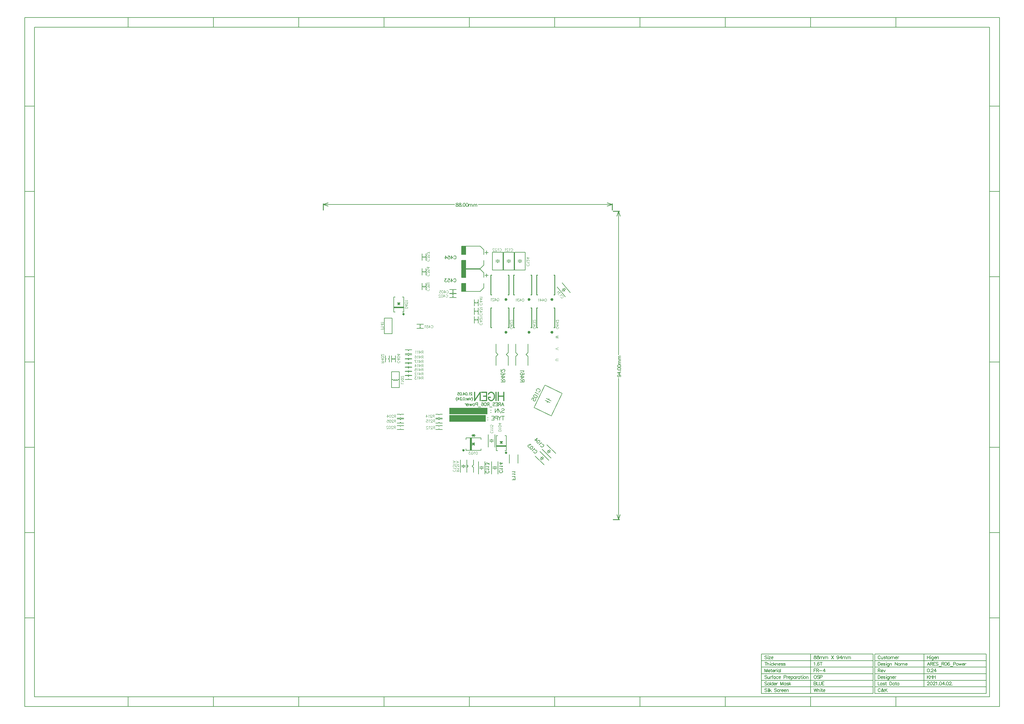
<source format=gbo>
G04 Layer_Color=32896*
%FSLAX44Y44*%
%MOMM*%
G71*
G01*
G75*
%ADD53C,0.2540*%
%ADD54C,0.1270*%
%ADD55C,0.1500*%
%ADD76C,0.1000*%
%ADD77C,0.2000*%
%ADD78C,0.3000*%
%ADD80C,0.1200*%
%ADD134C,0.5080*%
G36*
X102501Y-238499D02*
X98501Y-232499D01*
X106501D01*
X102501Y-238499D01*
D02*
G37*
G36*
X20501Y-244001D02*
X14501Y-240001D01*
X20501Y-236001D01*
Y-244001D01*
D02*
G37*
G36*
X55000Y-172000D02*
X-56250D01*
Y-152000D01*
X55000D01*
Y-172000D01*
D02*
G37*
G36*
X20501Y-218001D02*
X14501Y-214001D01*
X20501Y-210001D01*
Y-218001D01*
D02*
G37*
G36*
X-11717Y-256086D02*
X-10862Y-256941D01*
X-10399Y-258059D01*
Y-258664D01*
Y-259269D01*
X-10862Y-260387D01*
X-11717Y-261242D01*
X-12835Y-261705D01*
X-14045D01*
X-15163Y-261242D01*
X-16019Y-260387D01*
X-16481Y-259269D01*
Y-258664D01*
Y-258059D01*
X-16019Y-256941D01*
X-15163Y-256086D01*
X-14045Y-255623D01*
X-12835D01*
X-11717Y-256086D01*
D02*
G37*
G36*
X118283Y-263586D02*
X119138Y-264441D01*
X119601Y-265559D01*
Y-266164D01*
Y-266769D01*
X119138Y-267887D01*
X118283Y-268742D01*
X117165Y-269205D01*
X115955D01*
X114837Y-268742D01*
X113982Y-267887D01*
X113518Y-266769D01*
Y-266164D01*
Y-265559D01*
X113982Y-264441D01*
X114837Y-263586D01*
X115955Y-263123D01*
X117165D01*
X118283Y-263586D01*
D02*
G37*
G36*
X117500Y-248500D02*
X87500D01*
Y-244500D01*
X117500D01*
Y-248500D01*
D02*
G37*
G36*
X12500Y-259050D02*
X6500D01*
Y-221000D01*
X12500D01*
Y-259050D01*
D02*
G37*
G36*
X-5000Y266750D02*
X-19000D01*
Y292750D01*
X-5000D01*
Y266750D01*
D02*
G37*
G36*
Y224750D02*
X-19000D01*
Y250750D01*
X-5000D01*
Y224750D01*
D02*
G37*
G36*
X-5000Y336750D02*
X-19000D01*
Y362750D01*
X-5000D01*
Y336750D01*
D02*
G37*
G36*
Y294750D02*
X-19000D01*
Y320750D01*
X-5000D01*
Y294750D01*
D02*
G37*
G36*
X-194217Y158914D02*
X-193362Y158059D01*
X-192899Y156941D01*
Y156336D01*
Y155731D01*
X-193362Y154613D01*
X-194217Y153758D01*
X-195335Y153295D01*
X-196545D01*
X-197663Y153758D01*
X-198519Y154613D01*
X-198981Y155731D01*
Y156336D01*
Y156941D01*
X-198519Y158059D01*
X-197663Y158914D01*
X-196545Y159377D01*
X-195335D01*
X-194217Y158914D01*
D02*
G37*
G36*
X60000Y-149500D02*
X-56250D01*
Y-129500D01*
X60000D01*
Y-149500D01*
D02*
G37*
G36*
X-209999Y184001D02*
X-213999Y190001D01*
X-205999D01*
X-209999Y184001D01*
D02*
G37*
G36*
X-195000Y174000D02*
X-225000D01*
Y178000D01*
X-195000D01*
Y174000D01*
D02*
G37*
D53*
X210000Y115000D02*
Y175000D01*
Y115000D02*
X212500D01*
X210000Y175000D02*
X212500D01*
X262500D02*
X265000D01*
X262500Y115000D02*
X265000D01*
Y175000D01*
X140000Y215000D02*
Y275000D01*
Y215000D02*
X142500D01*
X140000Y275000D02*
X142500D01*
X192500D02*
X195000D01*
X192500Y215000D02*
X195000D01*
Y275000D01*
X210000Y215000D02*
Y275000D01*
Y215000D02*
X212500D01*
X210000Y275000D02*
X212500D01*
X262500D02*
X265000D01*
X262500Y215000D02*
X265000D01*
Y275000D01*
X140000Y115000D02*
Y175000D01*
Y115000D02*
X142500D01*
X140000Y175000D02*
X142500D01*
X192500D02*
X195000D01*
X192500Y115000D02*
X195000D01*
Y175000D01*
X70000Y115000D02*
Y175000D01*
Y115000D02*
X72500D01*
X70000Y175000D02*
X72500D01*
X122500D02*
X125000D01*
X122500Y115000D02*
X125000D01*
Y175000D01*
X70000Y215000D02*
Y275000D01*
Y215000D02*
X72500D01*
X70000Y275000D02*
X72500D01*
X122500D02*
X125000D01*
X122500Y215000D02*
X125000D01*
Y275000D01*
X443040Y-470000D02*
X462540D01*
X443040Y470000D02*
X462540D01*
X440000Y473040D02*
Y492540D01*
X-440000Y473040D02*
Y492540D01*
D54*
X460000Y-470000D02*
Y-39545D01*
Y31925D02*
Y470000D01*
Y-470000D02*
X465080Y-454760D01*
X454920D02*
X460000Y-470000D01*
X454920Y454760D02*
X460000Y470000D01*
X465080Y454760D01*
X31925Y490000D02*
X440000D01*
X-440000D02*
X-39545D01*
X424760Y495080D02*
X440000Y490000D01*
X424760Y484920D02*
X440000Y490000D01*
X-440000D02*
X-424760Y484920D01*
X-440000Y490000D02*
X-424760Y495080D01*
X459577Y-29446D02*
X461028Y-29930D01*
X461996Y-30898D01*
X462479Y-32349D01*
Y-32832D01*
X461996Y-34283D01*
X461028Y-35251D01*
X459577Y-35735D01*
X459093D01*
X457642Y-35251D01*
X456675Y-34283D01*
X456191Y-32832D01*
Y-32349D01*
X456675Y-30898D01*
X457642Y-29930D01*
X459577Y-29446D01*
X461996D01*
X464414Y-29930D01*
X465865Y-30898D01*
X466349Y-32349D01*
Y-33316D01*
X465865Y-34767D01*
X464898Y-35251D01*
X456191Y-21852D02*
X462963Y-26689D01*
Y-19434D01*
X456191Y-21852D02*
X466349D01*
X465382Y-17160D02*
X465865Y-17644D01*
X466349Y-17160D01*
X465865Y-16677D01*
X465382Y-17160D01*
X456191Y-11549D02*
X456675Y-13000D01*
X458126Y-13968D01*
X460544Y-14452D01*
X461996D01*
X464414Y-13968D01*
X465865Y-13000D01*
X466349Y-11549D01*
Y-10582D01*
X465865Y-9131D01*
X464414Y-8163D01*
X461996Y-7680D01*
X460544D01*
X458126Y-8163D01*
X456675Y-9131D01*
X456191Y-10582D01*
Y-11549D01*
Y-2504D02*
X456675Y-3955D01*
X458126Y-4922D01*
X460544Y-5406D01*
X461996D01*
X464414Y-4922D01*
X465865Y-3955D01*
X466349Y-2504D01*
Y-1537D01*
X465865Y-86D01*
X464414Y882D01*
X461996Y1366D01*
X460544D01*
X458126Y882D01*
X456675Y-86D01*
X456191Y-1537D01*
Y-2504D01*
X459577Y3639D02*
X466349D01*
X461512D02*
X460061Y5090D01*
X459577Y6058D01*
Y7509D01*
X460061Y8476D01*
X461512Y8960D01*
X466349D01*
X461512D02*
X460061Y10411D01*
X459577Y11378D01*
Y12830D01*
X460061Y13797D01*
X461512Y14281D01*
X466349D01*
X459577Y17473D02*
X466349D01*
X461512D02*
X460061Y18924D01*
X459577Y19892D01*
Y21343D01*
X460061Y22310D01*
X461512Y22794D01*
X466349D01*
X461512D02*
X460061Y24245D01*
X459577Y25212D01*
Y26663D01*
X460061Y27631D01*
X461512Y28115D01*
X466349D01*
X-33316Y493809D02*
X-34767Y493325D01*
X-35251Y492358D01*
Y491390D01*
X-34767Y490423D01*
X-33800Y489939D01*
X-31865Y489456D01*
X-30414Y488972D01*
X-29446Y488004D01*
X-28963Y487037D01*
Y485586D01*
X-29446Y484618D01*
X-29930Y484135D01*
X-31381Y483651D01*
X-33316D01*
X-34767Y484135D01*
X-35251Y484618D01*
X-35735Y485586D01*
Y487037D01*
X-35251Y488004D01*
X-34283Y488972D01*
X-32832Y489456D01*
X-30898Y489939D01*
X-29930Y490423D01*
X-29446Y491390D01*
Y492358D01*
X-29930Y493325D01*
X-31381Y493809D01*
X-33316D01*
X-24271D02*
X-25722Y493325D01*
X-26206Y492358D01*
Y491390D01*
X-25722Y490423D01*
X-24755Y489939D01*
X-22820Y489456D01*
X-21369Y488972D01*
X-20401Y488004D01*
X-19917Y487037D01*
Y485586D01*
X-20401Y484618D01*
X-20885Y484135D01*
X-22336Y483651D01*
X-24271D01*
X-25722Y484135D01*
X-26206Y484618D01*
X-26689Y485586D01*
Y487037D01*
X-26206Y488004D01*
X-25238Y488972D01*
X-23787Y489456D01*
X-21852Y489939D01*
X-20885Y490423D01*
X-20401Y491390D01*
Y492358D01*
X-20885Y493325D01*
X-22336Y493809D01*
X-24271D01*
X-17160Y484618D02*
X-17644Y484135D01*
X-17160Y483651D01*
X-16677Y484135D01*
X-17160Y484618D01*
X-11549Y493809D02*
X-13000Y493325D01*
X-13968Y491874D01*
X-14452Y489456D01*
Y488004D01*
X-13968Y485586D01*
X-13000Y484135D01*
X-11549Y483651D01*
X-10582D01*
X-9131Y484135D01*
X-8163Y485586D01*
X-7680Y488004D01*
Y489456D01*
X-8163Y491874D01*
X-9131Y493325D01*
X-10582Y493809D01*
X-11549D01*
X-2504D02*
X-3955Y493325D01*
X-4922Y491874D01*
X-5406Y489456D01*
Y488004D01*
X-4922Y485586D01*
X-3955Y484135D01*
X-2504Y483651D01*
X-1537D01*
X-86Y484135D01*
X882Y485586D01*
X1366Y488004D01*
Y489456D01*
X882Y491874D01*
X-86Y493325D01*
X-1537Y493809D01*
X-2504D01*
X3639Y490423D02*
Y483651D01*
Y488488D02*
X5090Y489939D01*
X6058Y490423D01*
X7509D01*
X8476Y489939D01*
X8960Y488488D01*
Y483651D01*
Y488488D02*
X10411Y489939D01*
X11378Y490423D01*
X12830D01*
X13797Y489939D01*
X14281Y488488D01*
Y483651D01*
X17473Y490423D02*
Y483651D01*
Y488488D02*
X18924Y489939D01*
X19892Y490423D01*
X21343D01*
X22310Y489939D01*
X22794Y488488D01*
Y483651D01*
Y488488D02*
X24245Y489939D01*
X25212Y490423D01*
X26663D01*
X27631Y489939D01*
X28115Y488488D01*
Y483651D01*
D55*
X-217500Y-43750D02*
X-216250Y-45915D01*
X-213750D01*
X-212500Y-43750D01*
X-222500D02*
X-221250Y-45915D01*
X-218750D01*
X-217500Y-43750D01*
X-227500D02*
X-226250Y-45915D01*
X-223750D01*
X-222500Y-43750D01*
X76499Y-314501D02*
X88499Y-314501D01*
X82499Y-317501D02*
X82499Y-314501D01*
X76499Y-310501D02*
X88499Y-310501D01*
X82499Y-310501D02*
Y-307501D01*
X36501Y-310499D02*
X48501Y-310499D01*
X42501D02*
X42501Y-307499D01*
X36501Y-314499D02*
X48501Y-314499D01*
X42501Y-314499D02*
X42501Y-317499D01*
X-12499Y-312500D02*
Y-309500D01*
X-18499D02*
X-6499D01*
X-12499Y-305500D02*
Y-302500D01*
X-18499Y-305500D02*
X-6499D01*
X20501Y-214001D02*
X23502Y-214000D01*
X11500D02*
X14501Y-214001D01*
X20501Y-218001D02*
Y-210001D01*
X14501Y-214001D02*
X20501Y-218001D01*
X14501Y-214001D02*
X20501Y-210001D01*
X14501Y-218001D02*
Y-210001D01*
X20501Y-244001D02*
Y-236001D01*
X14501Y-240001D02*
X20501Y-244001D01*
X14501Y-240001D02*
X20501Y-236001D01*
X14501Y-244001D02*
Y-236001D01*
X98501Y-232499D02*
X106501D01*
X102501Y-238499D02*
X106501Y-232499D01*
X98501D02*
X102501Y-238499D01*
X98501D02*
X106501D01*
X72499Y-225001D02*
X72499Y-228001D01*
X66499Y-228001D02*
X78499Y-228001D01*
X72499Y-232001D02*
X72499Y-235001D01*
X66499Y-232001D02*
X78499Y-232001D01*
X220843Y-286077D02*
X229328Y-277592D01*
X222964Y-279713D02*
X225086Y-281835D01*
X223672Y-288906D02*
X232157Y-280420D01*
X227914Y-284663D02*
X230035Y-286784D01*
X244672Y-268158D02*
X253157Y-259673D01*
X248914Y-263915D02*
X251036Y-266037D01*
X241843Y-265330D02*
X250328Y-256844D01*
X243965Y-258966D02*
X246086Y-261087D01*
X-87500Y-174000D02*
X-85500Y-176000D01*
X-77500D01*
X-89500D02*
X-87500Y-174000D01*
X-97500Y-176000D02*
X-89500D01*
X-97500Y-164000D02*
X-89500D01*
X-87500Y-166000D01*
X-85500Y-164000D02*
X-77500D01*
X-87500Y-166000D02*
X-85500Y-164000D01*
X-89500Y-149000D02*
X-87500Y-151000D01*
X-97500Y-149000D02*
X-89500D01*
X-87500Y-151000D02*
X-85500Y-149000D01*
X-77500D01*
X-85500Y-161000D02*
X-77500D01*
X-87500Y-159000D02*
X-85500Y-161000D01*
X-97500D02*
X-89500D01*
X-87500Y-159000D01*
Y-194000D02*
X-85500Y-196000D01*
X-77500D01*
X-89500D02*
X-87500Y-194000D01*
X-97500Y-196000D02*
X-89500D01*
X-97500Y-184000D02*
X-89500D01*
X-87500Y-186000D01*
X-85500Y-184000D02*
X-77500D01*
X-87500Y-186000D02*
X-85500Y-184000D01*
X-205000Y-194000D02*
X-203000Y-196000D01*
X-195000D01*
X-207000D02*
X-205000Y-194000D01*
X-215000Y-196000D02*
X-207000D01*
X-215000Y-184000D02*
X-207000D01*
X-205000Y-186000D01*
X-203000Y-184000D02*
X-195000D01*
X-205000Y-186000D02*
X-203000Y-184000D01*
X-207000Y-149000D02*
X-205000Y-151000D01*
X-215000Y-149000D02*
X-207000D01*
X-205000Y-151000D02*
X-203000Y-149000D01*
X-195000D01*
X-203000Y-161000D02*
X-195000D01*
X-205000Y-159000D02*
X-203000Y-161000D01*
X-215000D02*
X-207000D01*
X-205000Y-159000D01*
Y-174000D02*
X-203000Y-176000D01*
X-195000D01*
X-207000D02*
X-205000Y-174000D01*
X-215000Y-176000D02*
X-207000D01*
X-215000Y-164000D02*
X-207000D01*
X-205000Y-166000D01*
X-203000Y-164000D02*
X-195000D01*
X-205000Y-166000D02*
X-203000Y-164000D01*
X-180500Y45000D02*
X-178500Y47000D01*
X-170500D01*
X-182500D02*
X-180500Y45000D01*
X-190500Y47000D02*
X-182500D01*
X-190500Y35000D02*
X-182500D01*
X-180500Y37000D01*
X-178500Y35000D02*
X-170500D01*
X-180500Y37000D02*
X-178500Y35000D01*
X-180500Y29800D02*
X-178500Y31800D01*
X-170500D01*
X-182500D02*
X-180500Y29800D01*
X-190500Y31800D02*
X-182500D01*
X-190500Y19800D02*
X-182500D01*
X-180500Y21800D01*
X-178500Y19800D02*
X-170500D01*
X-180500Y21800D02*
X-178500Y19800D01*
X-180500Y9100D02*
X-178500Y7100D01*
X-170500D01*
X-182500D02*
X-180500Y9100D01*
X-190500Y7100D02*
X-182500D01*
X-190500Y19100D02*
X-182500D01*
X-180500Y17100D01*
X-178500Y19100D02*
X-170500D01*
X-180500Y17100D02*
X-178500Y19100D01*
X-182500Y6400D02*
X-180500Y4400D01*
X-190500Y6400D02*
X-182500D01*
X-180500Y4400D02*
X-178500Y6400D01*
X-170500D01*
X-178500Y-5600D02*
X-170500D01*
X-180500Y-3600D02*
X-178500Y-5600D01*
X-190500D02*
X-182500D01*
X-180500Y-3600D01*
X-182500Y-6300D02*
X-180500Y-8300D01*
X-190500Y-6300D02*
X-182500D01*
X-180500Y-8300D02*
X-178500Y-6300D01*
X-170500D01*
X-178500Y-18300D02*
X-170500D01*
X-180500Y-16300D02*
X-178500Y-18300D01*
X-190500D02*
X-182500D01*
X-180500Y-16300D01*
X-182500Y-19000D02*
X-180500Y-21000D01*
X-190500Y-19000D02*
X-182500D01*
X-180500Y-21000D02*
X-178500Y-19000D01*
X-170500D01*
X-178500Y-31000D02*
X-170500D01*
X-180500Y-29000D02*
X-178500Y-31000D01*
X-190500D02*
X-182500D01*
X-180500Y-29000D01*
X-182500Y-31700D02*
X-180500Y-33700D01*
X-190500Y-31700D02*
X-182500D01*
X-180500Y-33700D02*
X-178500Y-31700D01*
X-170500D01*
X-178500Y-43700D02*
X-170500D01*
X-180500Y-41700D02*
X-178500Y-43700D01*
X-190500D02*
X-182500D01*
X-180500Y-41700D01*
X-241000Y19550D02*
X-239000Y17550D01*
Y9550D02*
Y17550D01*
X-241000Y19550D02*
X-239000Y21550D01*
Y29550D01*
X-251000Y21550D02*
Y29550D01*
Y21550D02*
X-249000Y19550D01*
X-251000Y9550D02*
Y17550D01*
X-249000Y19550D01*
X-212500Y-43750D02*
X-208000D01*
X-208000Y-43750D01*
X-232000Y-43750D02*
X-227500D01*
X125000Y312500D02*
Y315500D01*
X119000D02*
X131000D01*
X125000Y319500D02*
Y322500D01*
X119000Y319500D02*
X131000D01*
X91250Y312500D02*
Y315500D01*
X85250D02*
X97250D01*
X91250Y319500D02*
Y322500D01*
X85250Y319500D02*
X97250D01*
X158750Y312500D02*
Y315500D01*
X152750D02*
X164750D01*
X158750Y319500D02*
Y322500D01*
X152750Y319500D02*
X164750D01*
X-135000Y238000D02*
Y242000D01*
X-131000Y238000D02*
Y242000D01*
X-139000Y240000D02*
X-135000D01*
X-131000D02*
X-127000D01*
X-139000Y230000D02*
Y250000D01*
X-127000Y230000D02*
Y250000D01*
X-147000Y120750D02*
X-143000D01*
X-147000Y116750D02*
X-143000D01*
X-145000Y120750D02*
Y124750D01*
Y112750D02*
Y116750D01*
X-155000Y124750D02*
X-135000D01*
X-155000Y112750D02*
X-135000D01*
Y328000D02*
Y332000D01*
X-131000Y328000D02*
Y332000D01*
X-139000Y330000D02*
X-135000D01*
X-131000D02*
X-127000D01*
X-139000Y320000D02*
Y340000D01*
X-127000Y320000D02*
Y340000D01*
X-135000Y283000D02*
Y287000D01*
X-131000Y283000D02*
Y287000D01*
X-139000Y285000D02*
X-135000D01*
X-131000D02*
X-127000D01*
X-139000Y275000D02*
Y295000D01*
X-127000Y275000D02*
Y295000D01*
X-232250Y9500D02*
Y29500D01*
X-220250Y9500D02*
Y29500D01*
X-232250Y19500D02*
X-228250D01*
X-224250D02*
X-220250D01*
X-228250Y17500D02*
Y21500D01*
X-224250Y17500D02*
Y21500D01*
X-213999Y190001D02*
X-205999D01*
X-209999Y184001D02*
X-205999Y190001D01*
X-213999D02*
X-209999Y184001D01*
X-213999D02*
X-205999D01*
X286618Y227677D02*
X295811Y235390D01*
X289286Y233831D02*
X291215Y231533D01*
X289189Y224612D02*
X298382Y232326D01*
X293786Y228469D02*
X295714Y226171D01*
X-47001Y214500D02*
X-43001D01*
X-47001Y210500D02*
X-43001D01*
X-45001Y214500D02*
Y218500D01*
Y206500D02*
Y210500D01*
X-55001Y218500D02*
X-35001D01*
X-55001Y206500D02*
X-35001D01*
X20000Y180750D02*
Y200750D01*
X32000Y180750D02*
Y200750D01*
X20000Y190750D02*
X24000D01*
X28000D02*
X32000D01*
X24000Y188750D02*
Y192750D01*
X28000Y188750D02*
Y192750D01*
Y162750D02*
Y166750D01*
X24000Y162750D02*
Y166750D01*
X28000Y164750D02*
X32000D01*
X20000D02*
X24000D01*
X32000Y154750D02*
Y174750D01*
X20000Y154750D02*
Y174750D01*
X24000Y136750D02*
Y140750D01*
X28000Y136750D02*
Y140750D01*
X20000Y138750D02*
X24000D01*
X28000D02*
X32000D01*
X20000Y128750D02*
Y148750D01*
X32000Y128750D02*
Y148750D01*
X-55000Y219000D02*
X-35000D01*
X-55000Y231000D02*
X-35000D01*
X-45000Y219000D02*
Y223000D01*
Y227000D02*
Y231000D01*
X-47000Y223000D02*
X-43000D01*
X-47000Y227000D02*
X-43000D01*
X103867Y-320359D02*
X104820Y-320835D01*
X105772Y-321787D01*
X106248Y-322739D01*
Y-324644D01*
X105772Y-325596D01*
X104820Y-326548D01*
X103867Y-327024D01*
X102439Y-327500D01*
X100059D01*
X98630Y-327024D01*
X97678Y-326548D01*
X96726Y-325596D01*
X96250Y-324644D01*
Y-322739D01*
X96726Y-321787D01*
X97678Y-320835D01*
X98630Y-320359D01*
X104344Y-317550D02*
X104820Y-316598D01*
X106248Y-315169D01*
X96250D01*
X104344Y-310218D02*
X104820Y-309266D01*
X106248Y-307838D01*
X96250D01*
X106248Y-298125D02*
X99583Y-302886D01*
Y-295745D01*
X106248Y-298125D02*
X96250D01*
X62617Y-321609D02*
X63570Y-322085D01*
X64522Y-323037D01*
X64998Y-323989D01*
Y-325894D01*
X64522Y-326846D01*
X63570Y-327798D01*
X62617Y-328274D01*
X61189Y-328750D01*
X58809D01*
X57380Y-328274D01*
X56428Y-327798D01*
X55476Y-326846D01*
X55000Y-325894D01*
Y-323989D01*
X55476Y-323037D01*
X56428Y-322085D01*
X57380Y-321609D01*
X63094Y-318800D02*
X63570Y-317848D01*
X64998Y-316419D01*
X55000D01*
X63094Y-311468D02*
X63570Y-310516D01*
X64998Y-309088D01*
X55000D01*
X64998Y-303184D02*
Y-297947D01*
X61189Y-300804D01*
Y-299375D01*
X60713Y-298423D01*
X60237Y-297947D01*
X58809Y-297471D01*
X57856D01*
X56428Y-297947D01*
X55476Y-298899D01*
X55000Y-300327D01*
Y-301756D01*
X55476Y-303184D01*
X55952Y-303660D01*
X56904Y-304136D01*
X226587Y-240814D02*
X227597Y-240477D01*
X228943D01*
X229953Y-240814D01*
X231300Y-242161D01*
X231636Y-243171D01*
X231636Y-244517D01*
X231300Y-245527D01*
X230626Y-246874D01*
X228943Y-248557D01*
X227597Y-249230D01*
X226587Y-249567D01*
X225240D01*
X224230Y-249230D01*
X222883Y-247883D01*
X222547Y-246874D01*
Y-245527D01*
X222883Y-244517D01*
X224937Y-238491D02*
X224600Y-237481D01*
Y-235461D01*
X217531Y-242531D01*
X219079Y-229940D02*
X219753Y-231287D01*
X219416Y-232970D01*
X218069Y-234990D01*
X217060Y-236000D01*
X215040Y-237346D01*
X213356Y-237683D01*
X212010Y-237010D01*
X211337Y-236337D01*
X210663Y-234990D01*
X211000Y-233307D01*
X212346Y-231287D01*
X213356Y-230277D01*
X215376Y-228930D01*
X217060Y-228594D01*
X218406Y-229267D01*
X219079Y-229940D01*
X211438Y-222299D02*
X210091Y-230378D01*
X205041Y-225328D01*
X211438Y-222299D02*
X204368Y-229368D01*
X205587Y-259064D02*
X206597Y-258727D01*
X207943D01*
X208953Y-259064D01*
X210300Y-260411D01*
X210636Y-261420D01*
X210636Y-262767D01*
X210300Y-263777D01*
X209626Y-265124D01*
X207943Y-266807D01*
X206597Y-267480D01*
X205587Y-267817D01*
X204240D01*
X203230Y-267480D01*
X201884Y-266133D01*
X201547Y-265124D01*
Y-263777D01*
X201884Y-262767D01*
X203937Y-256741D02*
X203600Y-255731D01*
Y-253711D01*
X196531Y-260781D01*
X198079Y-248190D02*
X198753Y-249537D01*
X198416Y-251220D01*
X197069Y-253240D01*
X196060Y-254250D01*
X194040Y-255597D01*
X192356Y-255933D01*
X191010Y-255260D01*
X190337Y-254587D01*
X189663Y-253240D01*
X190000Y-251557D01*
X191346Y-249537D01*
X192356Y-248527D01*
X194376Y-247180D01*
X196060Y-246844D01*
X197406Y-247517D01*
X198079Y-248190D01*
X193131Y-243242D02*
X189428Y-239539D01*
X188754Y-244252D01*
X187744Y-243242D01*
X186735Y-242905D01*
X186061Y-242905D01*
X184715Y-243578D01*
X184041Y-244252D01*
X183368Y-245598D01*
Y-246945D01*
X184041Y-248291D01*
X185051Y-249301D01*
X186398Y-249975D01*
X187071D01*
X188081Y-249638D01*
X171997Y-51250D02*
X160000D01*
X171997D02*
Y-46108D01*
X171426Y-44394D01*
X170855Y-43823D01*
X169712Y-43252D01*
X168570D01*
X167427Y-43823D01*
X166856Y-44394D01*
X166284Y-46108D01*
Y-51250D01*
Y-47251D02*
X160000Y-43252D01*
X171997Y-34853D02*
X163999Y-40567D01*
Y-31997D01*
X171997Y-34853D02*
X160000D01*
X170284Y-23028D02*
X171426Y-23599D01*
X171997Y-25313D01*
Y-26455D01*
X171426Y-28169D01*
X169712Y-29312D01*
X166856Y-29883D01*
X163999D01*
X161714Y-29312D01*
X160571Y-28169D01*
X160000Y-26455D01*
Y-25884D01*
X160571Y-24170D01*
X161714Y-23028D01*
X163428Y-22456D01*
X163999D01*
X165713Y-23028D01*
X166856Y-24170D01*
X167427Y-25884D01*
Y-26455D01*
X166856Y-28169D01*
X165713Y-29312D01*
X163999Y-29883D01*
X169712Y-19828D02*
X170284Y-18686D01*
X171997Y-16972D01*
X160000D01*
X144998Y-348750D02*
X135000D01*
X144998D02*
Y-342561D01*
X140237Y-348750D02*
Y-344941D01*
X143094Y-341418D02*
X143570Y-340466D01*
X144998Y-339038D01*
X135000D01*
X143094Y-334086D02*
X143570Y-333134D01*
X144998Y-331706D01*
X135000D01*
X143094Y-326755D02*
X143570Y-325802D01*
X144998Y-324374D01*
X135000D01*
X113247Y-51250D02*
X101250D01*
X113247D02*
Y-46108D01*
X112676Y-44394D01*
X112105Y-43823D01*
X110962Y-43252D01*
X109820D01*
X108677Y-43823D01*
X108106Y-44394D01*
X107534Y-46108D01*
Y-51250D01*
Y-47251D02*
X101250Y-43252D01*
X113247Y-34853D02*
X105249Y-40567D01*
Y-31997D01*
X113247Y-34853D02*
X101250D01*
X111533Y-23028D02*
X112676Y-23599D01*
X113247Y-25313D01*
Y-26455D01*
X112676Y-28169D01*
X110962Y-29312D01*
X108106Y-29883D01*
X105249D01*
X102964Y-29312D01*
X101821Y-28169D01*
X101250Y-26455D01*
Y-25884D01*
X101821Y-24170D01*
X102964Y-23028D01*
X104678Y-22456D01*
X105249D01*
X106963Y-23028D01*
X108106Y-24170D01*
X108677Y-25884D01*
Y-26455D01*
X108106Y-28169D01*
X106963Y-29312D01*
X105249Y-29883D01*
X110391Y-19257D02*
X110962D01*
X112105Y-18686D01*
X112676Y-18114D01*
X113247Y-16972D01*
Y-14686D01*
X112676Y-13544D01*
X112105Y-12973D01*
X110962Y-12401D01*
X109820D01*
X108677Y-12973D01*
X106963Y-14115D01*
X101250Y-19828D01*
Y-11830D01*
X-42771Y261463D02*
X-42295Y262416D01*
X-41343Y263368D01*
X-40391Y263844D01*
X-38486D01*
X-37534Y263368D01*
X-36582Y262416D01*
X-36106Y261463D01*
X-35630Y260035D01*
Y257655D01*
X-36106Y256226D01*
X-36582Y255274D01*
X-37534Y254322D01*
X-38486Y253846D01*
X-40391D01*
X-41343Y254322D01*
X-42295Y255274D01*
X-42771Y256226D01*
X-50341Y263844D02*
X-45580Y257179D01*
X-52722D01*
X-50341Y263844D02*
Y253846D01*
X-60196Y263844D02*
X-55435D01*
X-54959Y259559D01*
X-55435Y260035D01*
X-56863Y260511D01*
X-58292D01*
X-59720Y260035D01*
X-60672Y259083D01*
X-61148Y257655D01*
Y256702D01*
X-60672Y255274D01*
X-59720Y254322D01*
X-58292Y253846D01*
X-56863D01*
X-55435Y254322D01*
X-54959Y254798D01*
X-54483Y255750D01*
X-64338Y263844D02*
X-69575D01*
X-66719Y260035D01*
X-68147D01*
X-69099Y259559D01*
X-69575Y259083D01*
X-70051Y257655D01*
Y256702D01*
X-69575Y255274D01*
X-68623Y254322D01*
X-67195Y253846D01*
X-65766D01*
X-64338Y254322D01*
X-63862Y254798D01*
X-63386Y255750D01*
X-42517Y331313D02*
X-42041Y332266D01*
X-41089Y333218D01*
X-40137Y333694D01*
X-38233D01*
X-37280Y333218D01*
X-36328Y332266D01*
X-35852Y331313D01*
X-35376Y329885D01*
Y327505D01*
X-35852Y326076D01*
X-36328Y325124D01*
X-37280Y324172D01*
X-38233Y323696D01*
X-40137D01*
X-41089Y324172D01*
X-42041Y325124D01*
X-42517Y326076D01*
X-50087Y333694D02*
X-45326Y327029D01*
X-52468D01*
X-50087Y333694D02*
Y323696D01*
X-59942Y333694D02*
X-55181D01*
X-54705Y329409D01*
X-55181Y329885D01*
X-56610Y330361D01*
X-58038D01*
X-59466Y329885D01*
X-60418Y328933D01*
X-60894Y327505D01*
Y326553D01*
X-60418Y325124D01*
X-59466Y324172D01*
X-58038Y323696D01*
X-56610D01*
X-55181Y324172D01*
X-54705Y324648D01*
X-54229Y325600D01*
X-67893Y333694D02*
X-63132Y327029D01*
X-70273D01*
X-67893Y333694D02*
Y323696D01*
X13369Y-85156D02*
Y-84775D01*
X12988Y-84013D01*
X12607Y-83632D01*
X11846Y-83252D01*
X10322D01*
X9560Y-83632D01*
X9180Y-84013D01*
X8799Y-84775D01*
Y-85537D01*
X9180Y-86299D01*
X9941Y-87441D01*
X13750Y-91250D01*
X8418D01*
X6628Y-84775D02*
X5866Y-84394D01*
X4723Y-83252D01*
Y-91250D01*
X381Y-90488D02*
X762Y-90869D01*
X381Y-91250D01*
X1Y-90869D01*
X381Y-90488D01*
X-4037Y-83252D02*
X-2894Y-83632D01*
X-2132Y-84775D01*
X-1752Y-86679D01*
Y-87822D01*
X-2132Y-89726D01*
X-2894Y-90869D01*
X-4037Y-91250D01*
X-4798D01*
X-5941Y-90869D01*
X-6703Y-89726D01*
X-7084Y-87822D01*
Y-86679D01*
X-6703Y-84775D01*
X-5941Y-83632D01*
X-4798Y-83252D01*
X-4037D01*
X-12682D02*
X-8874Y-88584D01*
X-14587D01*
X-12682Y-83252D02*
Y-91250D01*
X-16377Y-90488D02*
X-15996Y-90869D01*
X-16377Y-91250D01*
X-16758Y-90869D01*
X-16377Y-90488D01*
X-20795Y-83252D02*
X-19652Y-83632D01*
X-18891Y-84775D01*
X-18510Y-86679D01*
Y-87822D01*
X-18891Y-89726D01*
X-19652Y-90869D01*
X-20795Y-91250D01*
X-21557D01*
X-22699Y-90869D01*
X-23461Y-89726D01*
X-23842Y-87822D01*
Y-86679D01*
X-23461Y-84775D01*
X-22699Y-83632D01*
X-21557Y-83252D01*
X-20795D01*
X-30203D02*
X-26394D01*
X-26013Y-86679D01*
X-26394Y-86299D01*
X-27536Y-85918D01*
X-28679D01*
X-29822Y-86299D01*
X-30583Y-87060D01*
X-30964Y-88203D01*
Y-88965D01*
X-30583Y-90107D01*
X-29822Y-90869D01*
X-28679Y-91250D01*
X-27536D01*
X-26394Y-90869D01*
X-26013Y-90488D01*
X-25632Y-89726D01*
X12334Y-96728D02*
X13096Y-97490D01*
X13857Y-98633D01*
X14619Y-100156D01*
X15000Y-102060D01*
Y-103584D01*
X14619Y-105488D01*
X13857Y-107012D01*
X13096Y-108154D01*
X12334Y-108916D01*
X13096Y-97490D02*
X13857Y-99013D01*
X14238Y-100156D01*
X14619Y-102060D01*
Y-103584D01*
X14238Y-105488D01*
X13857Y-106631D01*
X13096Y-108154D01*
X10810Y-98252D02*
X7764Y-106250D01*
X4717Y-98252D02*
X7764Y-106250D01*
X3688Y-103203D02*
X-882D01*
Y-102441D01*
X-501Y-101680D01*
X-121Y-101299D01*
X641Y-100918D01*
X1784D01*
X2546Y-101299D01*
X3307Y-102060D01*
X3688Y-103203D01*
Y-103965D01*
X3307Y-105107D01*
X2546Y-105869D01*
X1784Y-106250D01*
X641D01*
X-121Y-105869D01*
X-882Y-105107D01*
X-2596Y-100918D02*
Y-106250D01*
Y-103203D02*
X-2977Y-102060D01*
X-3739Y-101299D01*
X-4501Y-100918D01*
X-5643D01*
X-6748Y-105488D02*
X-6367Y-105869D01*
X-6748Y-106250D01*
X-7129Y-105869D01*
X-6748Y-105488D01*
X-11166Y-98252D02*
X-10023Y-98633D01*
X-9262Y-99775D01*
X-8881Y-101680D01*
Y-102822D01*
X-9262Y-104726D01*
X-10023Y-105869D01*
X-11166Y-106250D01*
X-11928D01*
X-13070Y-105869D01*
X-13832Y-104726D01*
X-14213Y-102822D01*
Y-101680D01*
X-13832Y-99775D01*
X-13070Y-98633D01*
X-11928Y-98252D01*
X-11166D01*
X-16384Y-105488D02*
X-16003Y-105869D01*
X-16384Y-106250D01*
X-16765Y-105869D01*
X-16384Y-105488D01*
X-18898Y-100156D02*
Y-99775D01*
X-19278Y-99013D01*
X-19659Y-98633D01*
X-20421Y-98252D01*
X-21944D01*
X-22706Y-98633D01*
X-23087Y-99013D01*
X-23468Y-99775D01*
Y-100537D01*
X-23087Y-101299D01*
X-22325Y-102441D01*
X-18517Y-106250D01*
X-23849D01*
X-29448Y-98252D02*
X-25639Y-103584D01*
X-31352D01*
X-29448Y-98252D02*
Y-106250D01*
X-32761Y-96728D02*
X-33523Y-97490D01*
X-34285Y-98633D01*
X-35047Y-100156D01*
X-35427Y-102060D01*
Y-103584D01*
X-35047Y-105488D01*
X-34285Y-107012D01*
X-33523Y-108154D01*
X-32761Y-108916D01*
X-33523Y-97490D02*
X-34285Y-99013D01*
X-34666Y-100156D01*
X-35047Y-102060D01*
Y-103584D01*
X-34666Y-105488D01*
X-34285Y-106631D01*
X-33523Y-108154D01*
X-1320000Y-1010000D02*
Y1030000D01*
X1590000D01*
Y-1010000D02*
Y1030000D01*
X-1320000Y-1010000D02*
X1590000D01*
X-1350000Y-1040000D02*
X1620000D01*
X-1350000Y1060000D02*
X1620000D01*
X-1350000Y-1040000D02*
Y1060000D01*
Y530000D02*
X-1320000D01*
X-1350000Y530000D02*
X-1320000D01*
X-1350000Y790000D02*
X-1320000D01*
X-1350000D02*
X-1320000D01*
X5000Y-1040000D02*
Y-1010000D01*
X5000Y-1040000D02*
Y-1010000D01*
X-775000Y1030000D02*
Y1060000D01*
X-515000Y1030000D02*
Y1060000D01*
X-775000Y1030000D02*
Y1060000D01*
X-1035000Y1030000D02*
Y1060000D01*
X-1035000Y1030000D02*
Y1060000D01*
X5000Y1030000D02*
Y1060000D01*
X5000Y1030000D02*
Y1060000D01*
X-255000Y1030000D02*
Y1060000D01*
Y1030000D02*
Y1060000D01*
X-515000Y1030000D02*
Y1060000D01*
X1620000Y-1040000D02*
Y1060000D01*
X1590000Y790000D02*
X1620000D01*
X1590000D02*
X1620000D01*
X1590000Y530000D02*
X1620000D01*
X1590000Y530000D02*
X1620000D01*
X1590000Y270000D02*
X1620000D01*
X1590000D02*
X1620000D01*
X1590000Y10000D02*
X1620000D01*
X1590000D02*
X1620000D01*
X1590000Y-250000D02*
X1620000D01*
X1590000D02*
X1620000D01*
X1590000Y-510000D02*
X1620000D01*
X1590000Y-510000D02*
X1620000D01*
X1590000Y-770000D02*
X1620000D01*
X1590000D02*
X1620000D01*
X265000Y-1040000D02*
Y-1010000D01*
Y-1040000D02*
Y-1010000D01*
X525000Y-1040000D02*
Y-1010000D01*
Y-1040000D02*
Y-1010000D01*
X785000Y-1040000D02*
Y-1010000D01*
Y-1040000D02*
Y-1010000D01*
X1045000Y-1040000D02*
Y-1010000D01*
X1045000Y-1040000D02*
Y-1010000D01*
X1305000Y-1040000D02*
Y-1010000D01*
Y-1040000D02*
Y-1010000D01*
Y1030000D02*
Y1060000D01*
Y1030000D02*
Y1060000D01*
X1045000Y1030000D02*
Y1060000D01*
X1045000Y1030000D02*
Y1060000D01*
X785000Y1030000D02*
Y1060000D01*
Y1030000D02*
Y1060000D01*
X525000Y1030000D02*
Y1060000D01*
Y1030000D02*
Y1060000D01*
X265000Y1030000D02*
Y1060000D01*
Y1030000D02*
Y1060000D01*
X1240000Y-900000D02*
X1580000D01*
X1240000Y-920000D02*
X1580000D01*
X1240000Y-940000D02*
X1580000D01*
X1240000Y-960000D02*
X1580000D01*
X1240000Y-980000D02*
X1580000D01*
X1240000Y-1000000D02*
X1580000D01*
X1390000Y-980000D02*
Y-880000D01*
X1580000Y-1000000D02*
Y-880000D01*
X1240000D02*
X1580000D01*
X1240000Y-1000000D02*
Y-880000D01*
X-1350000Y-770000D02*
X-1320000D01*
X-1350000D02*
X-1320000D01*
X-1350000Y-510000D02*
X-1320000D01*
X-1350000Y-510000D02*
X-1320000D01*
X-1350000Y-250000D02*
X-1320000D01*
X-1350000D02*
X-1320000D01*
X-1350000Y10000D02*
X-1320000D01*
X-1350000D02*
X-1320000D01*
X-1350000Y270000D02*
X-1320000D01*
X-1350000D02*
X-1320000D01*
X-515000Y-1040000D02*
Y-1010000D01*
X-255000Y-1040000D02*
Y-1010000D01*
Y-1040000D02*
Y-1010000D01*
X-1035000Y-1040000D02*
Y-1010000D01*
X-1035000Y-1040000D02*
Y-1010000D01*
X-775000Y-1040000D02*
Y-1010000D01*
X-515000Y-1040000D02*
Y-1010000D01*
X-775000Y-1040000D02*
Y-1010000D01*
X895000Y-900000D02*
X1235000D01*
X895000Y-920000D02*
X1235000D01*
X895000Y-940000D02*
X1235000D01*
X895000Y-960000D02*
X1235000D01*
X895000Y-980000D02*
X1235000D01*
X895000Y-1000000D02*
X1235000D01*
X1045000D02*
Y-880000D01*
X1235000Y-1000000D02*
Y-880000D01*
X895000D02*
X1235000D01*
X895000Y-1000000D02*
Y-880000D01*
X1257141Y-987383D02*
X1256665Y-986430D01*
X1255713Y-985478D01*
X1254761Y-985002D01*
X1252857D01*
X1251904Y-985478D01*
X1250952Y-986430D01*
X1250476Y-987383D01*
X1250000Y-988811D01*
Y-991191D01*
X1250476Y-992619D01*
X1250952Y-993572D01*
X1251904Y-994524D01*
X1252857Y-995000D01*
X1254761D01*
X1255713Y-994524D01*
X1256665Y-993572D01*
X1257141Y-992619D01*
X1268520Y-988811D02*
X1268044Y-989287D01*
X1268520Y-989763D01*
X1268996Y-989287D01*
Y-988811D01*
X1268520Y-988335D01*
X1268044D01*
X1267568Y-988811D01*
X1267092Y-989763D01*
X1266139Y-992143D01*
X1265187Y-993572D01*
X1264235Y-994524D01*
X1263283Y-995000D01*
X1261855D01*
X1260426Y-994524D01*
X1259950Y-993572D01*
Y-992143D01*
X1260426Y-991191D01*
X1263283Y-989287D01*
X1264235Y-988335D01*
X1264711Y-987383D01*
Y-986430D01*
X1264235Y-985478D01*
X1263283Y-985002D01*
X1262331Y-985478D01*
X1261855Y-986430D01*
Y-987383D01*
X1262331Y-988811D01*
X1263283Y-990239D01*
X1265663Y-993572D01*
X1266616Y-994524D01*
X1268044Y-995000D01*
X1268520D01*
X1268996Y-994524D01*
Y-994048D01*
X1261855Y-995000D02*
X1260902Y-994524D01*
X1260426Y-993572D01*
Y-992143D01*
X1260902Y-991191D01*
X1261855Y-990239D01*
Y-987383D02*
X1262331Y-988335D01*
X1266139Y-993572D01*
X1267092Y-994524D01*
X1268044Y-995000D01*
X1271472Y-985002D02*
Y-995000D01*
X1278137Y-985002D02*
X1271472Y-991667D01*
X1273852Y-989287D02*
X1278137Y-995000D01*
X1400476Y-967383D02*
Y-966907D01*
X1400952Y-965954D01*
X1401428Y-965478D01*
X1402380Y-965002D01*
X1404285D01*
X1405237Y-965478D01*
X1405713Y-965954D01*
X1406189Y-966907D01*
Y-967859D01*
X1405713Y-968811D01*
X1404761Y-970239D01*
X1400000Y-975000D01*
X1406665D01*
X1411759Y-965002D02*
X1410331Y-965478D01*
X1409379Y-966907D01*
X1408903Y-969287D01*
Y-970715D01*
X1409379Y-973096D01*
X1410331Y-974524D01*
X1411759Y-975000D01*
X1412712D01*
X1414140Y-974524D01*
X1415092Y-973096D01*
X1415568Y-970715D01*
Y-969287D01*
X1415092Y-966907D01*
X1414140Y-965478D01*
X1412712Y-965002D01*
X1411759D01*
X1418282Y-967383D02*
Y-966907D01*
X1418758Y-965954D01*
X1419234Y-965478D01*
X1420186Y-965002D01*
X1422090D01*
X1423043Y-965478D01*
X1423519Y-965954D01*
X1423995Y-966907D01*
Y-967859D01*
X1423519Y-968811D01*
X1422567Y-970239D01*
X1417806Y-975000D01*
X1424471D01*
X1426709Y-966907D02*
X1427661Y-966430D01*
X1429089Y-965002D01*
Y-975000D01*
X1434516Y-974048D02*
X1434040Y-974524D01*
X1434516Y-975000D01*
X1434993Y-974524D01*
X1434516Y-974048D01*
X1440039Y-965002D02*
X1438611Y-965478D01*
X1437659Y-966907D01*
X1437182Y-969287D01*
Y-970715D01*
X1437659Y-973096D01*
X1438611Y-974524D01*
X1440039Y-975000D01*
X1440991D01*
X1442419Y-974524D01*
X1443372Y-973096D01*
X1443848Y-970715D01*
Y-969287D01*
X1443372Y-966907D01*
X1442419Y-965478D01*
X1440991Y-965002D01*
X1440039D01*
X1450846D02*
X1446085Y-971667D01*
X1453227D01*
X1450846Y-965002D02*
Y-975000D01*
X1455464Y-974048D02*
X1454988Y-974524D01*
X1455464Y-975000D01*
X1455940Y-974524D01*
X1455464Y-974048D01*
X1460987Y-965002D02*
X1459559Y-965478D01*
X1458607Y-966907D01*
X1458130Y-969287D01*
Y-970715D01*
X1458607Y-973096D01*
X1459559Y-974524D01*
X1460987Y-975000D01*
X1461939D01*
X1463367Y-974524D01*
X1464319Y-973096D01*
X1464796Y-970715D01*
Y-969287D01*
X1464319Y-966907D01*
X1463367Y-965478D01*
X1461939Y-965002D01*
X1460987D01*
X1467509Y-967383D02*
Y-966907D01*
X1467985Y-965954D01*
X1468461Y-965478D01*
X1469414Y-965002D01*
X1471318D01*
X1472270Y-965478D01*
X1472746Y-965954D01*
X1473222Y-966907D01*
Y-967859D01*
X1472746Y-968811D01*
X1471794Y-970239D01*
X1467033Y-975000D01*
X1473698D01*
X1476412Y-974048D02*
X1475936Y-974524D01*
X1476412Y-975000D01*
X1476888Y-974524D01*
X1476412Y-974048D01*
X1400000Y-945002D02*
Y-955000D01*
X1406665Y-945002D02*
X1400000Y-951667D01*
X1402380Y-949287D02*
X1406665Y-955000D01*
X1408903Y-945002D02*
Y-955000D01*
X1415568Y-945002D02*
Y-955000D01*
X1408903Y-949763D02*
X1415568D01*
X1418329Y-945002D02*
Y-955000D01*
X1424995Y-945002D02*
Y-955000D01*
X1418329Y-949763D02*
X1424995D01*
X1402856Y-925002D02*
X1401428Y-925478D01*
X1400476Y-926907D01*
X1400000Y-929287D01*
Y-930715D01*
X1400476Y-933096D01*
X1401428Y-934524D01*
X1402856Y-935000D01*
X1403809D01*
X1405237Y-934524D01*
X1406189Y-933096D01*
X1406665Y-930715D01*
Y-929287D01*
X1406189Y-926907D01*
X1405237Y-925478D01*
X1403809Y-925002D01*
X1402856D01*
X1409379Y-934048D02*
X1408903Y-934524D01*
X1409379Y-935000D01*
X1409855Y-934524D01*
X1409379Y-934048D01*
X1412521Y-927383D02*
Y-926907D01*
X1412997Y-925954D01*
X1413473Y-925478D01*
X1414426Y-925002D01*
X1416330D01*
X1417282Y-925478D01*
X1417758Y-925954D01*
X1418234Y-926907D01*
Y-927859D01*
X1417758Y-928811D01*
X1416806Y-930239D01*
X1412045Y-935000D01*
X1418710D01*
X1425709Y-925002D02*
X1420948Y-931667D01*
X1428089D01*
X1425709Y-925002D02*
Y-935000D01*
X1407617Y-915000D02*
X1403809Y-905002D01*
X1400000Y-915000D01*
X1401428Y-911667D02*
X1406189D01*
X1409950Y-905002D02*
Y-915000D01*
Y-905002D02*
X1414235D01*
X1415663Y-905478D01*
X1416139Y-905954D01*
X1416615Y-906907D01*
Y-907859D01*
X1416139Y-908811D01*
X1415663Y-909287D01*
X1414235Y-909763D01*
X1409950D01*
X1413283D02*
X1416615Y-915000D01*
X1425042Y-905002D02*
X1418853D01*
Y-915000D01*
X1425042D01*
X1418853Y-909763D02*
X1422662D01*
X1433374Y-906430D02*
X1432422Y-905478D01*
X1430993Y-905002D01*
X1429089D01*
X1427661Y-905478D01*
X1426709Y-906430D01*
Y-907383D01*
X1427185Y-908335D01*
X1427661Y-908811D01*
X1428613Y-909287D01*
X1431470Y-910239D01*
X1432422Y-910715D01*
X1432898Y-911191D01*
X1433374Y-912143D01*
Y-913572D01*
X1432422Y-914524D01*
X1430993Y-915000D01*
X1429089D01*
X1427661Y-914524D01*
X1426709Y-913572D01*
X1435611Y-918333D02*
X1443229D01*
X1444514Y-905002D02*
Y-915000D01*
Y-905002D02*
X1448799D01*
X1450227Y-905478D01*
X1450703Y-905954D01*
X1451180Y-906907D01*
Y-907859D01*
X1450703Y-908811D01*
X1450227Y-909287D01*
X1448799Y-909763D01*
X1444514D01*
X1447847D02*
X1451180Y-915000D01*
X1456274Y-905002D02*
X1454845Y-905478D01*
X1453893Y-906907D01*
X1453417Y-909287D01*
Y-910715D01*
X1453893Y-913096D01*
X1454845Y-914524D01*
X1456274Y-915000D01*
X1457226D01*
X1458654Y-914524D01*
X1459606Y-913096D01*
X1460082Y-910715D01*
Y-909287D01*
X1459606Y-906907D01*
X1458654Y-905478D01*
X1457226Y-905002D01*
X1456274D01*
X1468033Y-906430D02*
X1467557Y-905478D01*
X1466129Y-905002D01*
X1465177D01*
X1463748Y-905478D01*
X1462796Y-906907D01*
X1462320Y-909287D01*
Y-911667D01*
X1462796Y-913572D01*
X1463748Y-914524D01*
X1465177Y-915000D01*
X1465653D01*
X1467081Y-914524D01*
X1468033Y-913572D01*
X1468509Y-912143D01*
Y-911667D01*
X1468033Y-910239D01*
X1467081Y-909287D01*
X1465653Y-908811D01*
X1465177D01*
X1463748Y-909287D01*
X1462796Y-910239D01*
X1462320Y-911667D01*
X1470699Y-918333D02*
X1478316D01*
X1479602Y-910239D02*
X1483887D01*
X1485315Y-909763D01*
X1485791Y-909287D01*
X1486267Y-908335D01*
Y-906907D01*
X1485791Y-905954D01*
X1485315Y-905478D01*
X1483887Y-905002D01*
X1479602D01*
Y-915000D01*
X1490885Y-908335D02*
X1489933Y-908811D01*
X1488981Y-909763D01*
X1488505Y-911191D01*
Y-912143D01*
X1488981Y-913572D01*
X1489933Y-914524D01*
X1490885Y-915000D01*
X1492314D01*
X1493266Y-914524D01*
X1494218Y-913572D01*
X1494694Y-912143D01*
Y-911191D01*
X1494218Y-909763D01*
X1493266Y-908811D01*
X1492314Y-908335D01*
X1490885D01*
X1496884D02*
X1498788Y-915000D01*
X1500693Y-908335D02*
X1498788Y-915000D01*
X1500693Y-908335D02*
X1502597Y-915000D01*
X1504501Y-908335D02*
X1502597Y-915000D01*
X1506834Y-911191D02*
X1512547D01*
Y-910239D01*
X1512071Y-909287D01*
X1511595Y-908811D01*
X1510643Y-908335D01*
X1509215D01*
X1508262Y-908811D01*
X1507310Y-909763D01*
X1506834Y-911191D01*
Y-912143D01*
X1507310Y-913572D01*
X1508262Y-914524D01*
X1509215Y-915000D01*
X1510643D01*
X1511595Y-914524D01*
X1512547Y-913572D01*
X1514690Y-908335D02*
Y-915000D01*
Y-911191D02*
X1515166Y-909763D01*
X1516118Y-908811D01*
X1517070Y-908335D01*
X1518498D01*
X1400000Y-885002D02*
Y-895000D01*
X1406665Y-885002D02*
Y-895000D01*
X1400000Y-889763D02*
X1406665D01*
X1410379Y-885002D02*
X1410855Y-885478D01*
X1411331Y-885002D01*
X1410855Y-884526D01*
X1410379Y-885002D01*
X1410855Y-888335D02*
Y-895000D01*
X1418806Y-888335D02*
Y-895952D01*
X1418329Y-897380D01*
X1417853Y-897857D01*
X1416901Y-898333D01*
X1415473D01*
X1414521Y-897857D01*
X1418806Y-889763D02*
X1417853Y-888811D01*
X1416901Y-888335D01*
X1415473D01*
X1414521Y-888811D01*
X1413569Y-889763D01*
X1413092Y-891191D01*
Y-892143D01*
X1413569Y-893572D01*
X1414521Y-894524D01*
X1415473Y-895000D01*
X1416901D01*
X1417853Y-894524D01*
X1418806Y-893572D01*
X1421472Y-891191D02*
X1427185D01*
Y-890239D01*
X1426709Y-889287D01*
X1426232Y-888811D01*
X1425280Y-888335D01*
X1423852D01*
X1422900Y-888811D01*
X1421948Y-889763D01*
X1421472Y-891191D01*
Y-892143D01*
X1421948Y-893572D01*
X1422900Y-894524D01*
X1423852Y-895000D01*
X1425280D01*
X1426232Y-894524D01*
X1427185Y-893572D01*
X1429327Y-888335D02*
Y-895000D01*
Y-890239D02*
X1430755Y-888811D01*
X1431707Y-888335D01*
X1433136D01*
X1434088Y-888811D01*
X1434564Y-890239D01*
Y-895000D01*
X1250000Y-965002D02*
Y-975000D01*
X1255713D01*
X1262521Y-968335D02*
Y-975000D01*
Y-969763D02*
X1261569Y-968811D01*
X1260617Y-968335D01*
X1259189D01*
X1258236Y-968811D01*
X1257284Y-969763D01*
X1256808Y-971191D01*
Y-972143D01*
X1257284Y-973572D01*
X1258236Y-974524D01*
X1259189Y-975000D01*
X1260617D01*
X1261569Y-974524D01*
X1262521Y-973572D01*
X1270424Y-969763D02*
X1269948Y-968811D01*
X1268520Y-968335D01*
X1267092D01*
X1265663Y-968811D01*
X1265187Y-969763D01*
X1265663Y-970715D01*
X1266616Y-971191D01*
X1268996Y-971667D01*
X1269948Y-972143D01*
X1270424Y-973096D01*
Y-973572D01*
X1269948Y-974524D01*
X1268520Y-975000D01*
X1267092D01*
X1265663Y-974524D01*
X1265187Y-973572D01*
X1273947Y-965002D02*
Y-973096D01*
X1274423Y-974524D01*
X1275376Y-975000D01*
X1276328D01*
X1272519Y-968335D02*
X1275852D01*
X1285611Y-965002D02*
Y-975000D01*
Y-965002D02*
X1288944D01*
X1290372Y-965478D01*
X1291324Y-966430D01*
X1291801Y-967383D01*
X1292277Y-968811D01*
Y-971191D01*
X1291801Y-972619D01*
X1291324Y-973572D01*
X1290372Y-974524D01*
X1288944Y-975000D01*
X1285611D01*
X1300227Y-968335D02*
Y-975000D01*
Y-969763D02*
X1299275Y-968811D01*
X1298323Y-968335D01*
X1296895D01*
X1295943Y-968811D01*
X1294990Y-969763D01*
X1294514Y-971191D01*
Y-972143D01*
X1294990Y-973572D01*
X1295943Y-974524D01*
X1296895Y-975000D01*
X1298323D01*
X1299275Y-974524D01*
X1300227Y-973572D01*
X1304322Y-965002D02*
Y-973096D01*
X1304798Y-974524D01*
X1305750Y-975000D01*
X1306702D01*
X1302893Y-968335D02*
X1306226D01*
X1313843D02*
Y-975000D01*
Y-969763D02*
X1312891Y-968811D01*
X1311939Y-968335D01*
X1310511D01*
X1309559Y-968811D01*
X1308607Y-969763D01*
X1308130Y-971191D01*
Y-972143D01*
X1308607Y-973572D01*
X1309559Y-974524D01*
X1310511Y-975000D01*
X1311939D01*
X1312891Y-974524D01*
X1313843Y-973572D01*
X1250000Y-945002D02*
Y-955000D01*
Y-945002D02*
X1253333D01*
X1254761Y-945478D01*
X1255713Y-946430D01*
X1256189Y-947383D01*
X1256665Y-948811D01*
Y-951191D01*
X1256189Y-952619D01*
X1255713Y-953572D01*
X1254761Y-954524D01*
X1253333Y-955000D01*
X1250000D01*
X1258903Y-951191D02*
X1264616D01*
Y-950239D01*
X1264140Y-949287D01*
X1263664Y-948811D01*
X1262711Y-948335D01*
X1261283D01*
X1260331Y-948811D01*
X1259379Y-949763D01*
X1258903Y-951191D01*
Y-952143D01*
X1259379Y-953572D01*
X1260331Y-954524D01*
X1261283Y-955000D01*
X1262711D01*
X1263664Y-954524D01*
X1264616Y-953572D01*
X1271995Y-949763D02*
X1271519Y-948811D01*
X1270091Y-948335D01*
X1268663D01*
X1267234Y-948811D01*
X1266758Y-949763D01*
X1267234Y-950715D01*
X1268187Y-951191D01*
X1270567Y-951667D01*
X1271519Y-952143D01*
X1271995Y-953096D01*
Y-953572D01*
X1271519Y-954524D01*
X1270091Y-955000D01*
X1268663D01*
X1267234Y-954524D01*
X1266758Y-953572D01*
X1275042Y-945002D02*
X1275518Y-945478D01*
X1275994Y-945002D01*
X1275518Y-944526D01*
X1275042Y-945002D01*
X1275518Y-948335D02*
Y-955000D01*
X1283469Y-948335D02*
Y-955952D01*
X1282993Y-957380D01*
X1282517Y-957857D01*
X1281565Y-958333D01*
X1280136D01*
X1279184Y-957857D01*
X1283469Y-949763D02*
X1282517Y-948811D01*
X1281565Y-948335D01*
X1280136D01*
X1279184Y-948811D01*
X1278232Y-949763D01*
X1277756Y-951191D01*
Y-952143D01*
X1278232Y-953572D01*
X1279184Y-954524D01*
X1280136Y-955000D01*
X1281565D01*
X1282517Y-954524D01*
X1283469Y-953572D01*
X1286135Y-948335D02*
Y-955000D01*
Y-950239D02*
X1287563Y-948811D01*
X1288515Y-948335D01*
X1289944D01*
X1290896Y-948811D01*
X1291372Y-950239D01*
Y-955000D01*
X1293991Y-951191D02*
X1299704D01*
Y-950239D01*
X1299227Y-949287D01*
X1298752Y-948811D01*
X1297799Y-948335D01*
X1296371D01*
X1295419Y-948811D01*
X1294467Y-949763D01*
X1293991Y-951191D01*
Y-952143D01*
X1294467Y-953572D01*
X1295419Y-954524D01*
X1296371Y-955000D01*
X1297799D01*
X1298752Y-954524D01*
X1299704Y-953572D01*
X1301846Y-948335D02*
Y-955000D01*
Y-951191D02*
X1302322Y-949763D01*
X1303274Y-948811D01*
X1304226Y-948335D01*
X1305655D01*
X1250000Y-925002D02*
Y-935000D01*
Y-925002D02*
X1254285D01*
X1255713Y-925478D01*
X1256189Y-925954D01*
X1256665Y-926907D01*
Y-927859D01*
X1256189Y-928811D01*
X1255713Y-929287D01*
X1254285Y-929763D01*
X1250000D01*
X1253333D02*
X1256665Y-935000D01*
X1258903Y-931191D02*
X1264616D01*
Y-930239D01*
X1264140Y-929287D01*
X1263664Y-928811D01*
X1262711Y-928335D01*
X1261283D01*
X1260331Y-928811D01*
X1259379Y-929763D01*
X1258903Y-931191D01*
Y-932143D01*
X1259379Y-933572D01*
X1260331Y-934524D01*
X1261283Y-935000D01*
X1262711D01*
X1263664Y-934524D01*
X1264616Y-933572D01*
X1266758Y-928335D02*
X1269615Y-935000D01*
X1272471Y-928335D02*
X1269615Y-935000D01*
X1250000Y-905002D02*
Y-915000D01*
Y-905002D02*
X1253333D01*
X1254761Y-905478D01*
X1255713Y-906430D01*
X1256189Y-907383D01*
X1256665Y-908811D01*
Y-911191D01*
X1256189Y-912619D01*
X1255713Y-913572D01*
X1254761Y-914524D01*
X1253333Y-915000D01*
X1250000D01*
X1258903Y-911191D02*
X1264616D01*
Y-910239D01*
X1264140Y-909287D01*
X1263664Y-908811D01*
X1262711Y-908335D01*
X1261283D01*
X1260331Y-908811D01*
X1259379Y-909763D01*
X1258903Y-911191D01*
Y-912143D01*
X1259379Y-913572D01*
X1260331Y-914524D01*
X1261283Y-915000D01*
X1262711D01*
X1263664Y-914524D01*
X1264616Y-913572D01*
X1271995Y-909763D02*
X1271519Y-908811D01*
X1270091Y-908335D01*
X1268663D01*
X1267234Y-908811D01*
X1266758Y-909763D01*
X1267234Y-910715D01*
X1268187Y-911191D01*
X1270567Y-911667D01*
X1271519Y-912143D01*
X1271995Y-913096D01*
Y-913572D01*
X1271519Y-914524D01*
X1270091Y-915000D01*
X1268663D01*
X1267234Y-914524D01*
X1266758Y-913572D01*
X1275042Y-905002D02*
X1275518Y-905478D01*
X1275994Y-905002D01*
X1275518Y-904526D01*
X1275042Y-905002D01*
X1275518Y-908335D02*
Y-915000D01*
X1283469Y-908335D02*
Y-915952D01*
X1282993Y-917380D01*
X1282517Y-917857D01*
X1281565Y-918333D01*
X1280136D01*
X1279184Y-917857D01*
X1283469Y-909763D02*
X1282517Y-908811D01*
X1281565Y-908335D01*
X1280136D01*
X1279184Y-908811D01*
X1278232Y-909763D01*
X1277756Y-911191D01*
Y-912143D01*
X1278232Y-913572D01*
X1279184Y-914524D01*
X1280136Y-915000D01*
X1281565D01*
X1282517Y-914524D01*
X1283469Y-913572D01*
X1286135Y-908335D02*
Y-915000D01*
Y-910239D02*
X1287563Y-908811D01*
X1288515Y-908335D01*
X1289944D01*
X1290896Y-908811D01*
X1291372Y-910239D01*
Y-915000D01*
X1301846Y-905002D02*
Y-915000D01*
Y-905002D02*
X1308511Y-915000D01*
Y-905002D02*
Y-915000D01*
X1316986Y-908335D02*
Y-915000D01*
Y-909763D02*
X1316033Y-908811D01*
X1315081Y-908335D01*
X1313653D01*
X1312701Y-908811D01*
X1311749Y-909763D01*
X1311273Y-911191D01*
Y-912143D01*
X1311749Y-913572D01*
X1312701Y-914524D01*
X1313653Y-915000D01*
X1315081D01*
X1316033Y-914524D01*
X1316986Y-913572D01*
X1319652Y-908335D02*
Y-915000D01*
Y-910239D02*
X1321080Y-908811D01*
X1322032Y-908335D01*
X1323460D01*
X1324413Y-908811D01*
X1324889Y-910239D01*
Y-915000D01*
Y-910239D02*
X1326317Y-908811D01*
X1327269Y-908335D01*
X1328697D01*
X1329650Y-908811D01*
X1330126Y-910239D01*
Y-915000D01*
X1333268Y-911191D02*
X1338981D01*
Y-910239D01*
X1338505Y-909287D01*
X1338029Y-908811D01*
X1337077Y-908335D01*
X1335648D01*
X1334696Y-908811D01*
X1333744Y-909763D01*
X1333268Y-911191D01*
Y-912143D01*
X1333744Y-913572D01*
X1334696Y-914524D01*
X1335648Y-915000D01*
X1337077D01*
X1338029Y-914524D01*
X1338981Y-913572D01*
X1257141Y-887383D02*
X1256665Y-886430D01*
X1255713Y-885478D01*
X1254761Y-885002D01*
X1252857D01*
X1251904Y-885478D01*
X1250952Y-886430D01*
X1250476Y-887383D01*
X1250000Y-888811D01*
Y-891191D01*
X1250476Y-892620D01*
X1250952Y-893572D01*
X1251904Y-894524D01*
X1252857Y-895000D01*
X1254761D01*
X1255713Y-894524D01*
X1256665Y-893572D01*
X1257141Y-892620D01*
X1259950Y-888335D02*
Y-893096D01*
X1260426Y-894524D01*
X1261378Y-895000D01*
X1262807D01*
X1263759Y-894524D01*
X1265187Y-893096D01*
Y-888335D02*
Y-895000D01*
X1273043Y-889763D02*
X1272567Y-888811D01*
X1271138Y-888335D01*
X1269710D01*
X1268282Y-888811D01*
X1267806Y-889763D01*
X1268282Y-890715D01*
X1269234Y-891191D01*
X1271614Y-891667D01*
X1272567Y-892143D01*
X1273043Y-893096D01*
Y-893572D01*
X1272567Y-894524D01*
X1271138Y-895000D01*
X1269710D01*
X1268282Y-894524D01*
X1267806Y-893572D01*
X1276566Y-885002D02*
Y-893096D01*
X1277042Y-894524D01*
X1277994Y-895000D01*
X1278946D01*
X1275137Y-888335D02*
X1278470D01*
X1282755D02*
X1281803Y-888811D01*
X1280851Y-889763D01*
X1280374Y-891191D01*
Y-892143D01*
X1280851Y-893572D01*
X1281803Y-894524D01*
X1282755Y-895000D01*
X1284183D01*
X1285135Y-894524D01*
X1286087Y-893572D01*
X1286564Y-892143D01*
Y-891191D01*
X1286087Y-889763D01*
X1285135Y-888811D01*
X1284183Y-888335D01*
X1282755D01*
X1288754D02*
Y-895000D01*
Y-890239D02*
X1290182Y-888811D01*
X1291134Y-888335D01*
X1292562D01*
X1293515Y-888811D01*
X1293991Y-890239D01*
Y-895000D01*
Y-890239D02*
X1295419Y-888811D01*
X1296371Y-888335D01*
X1297799D01*
X1298752Y-888811D01*
X1299227Y-890239D01*
Y-895000D01*
X1302370Y-891191D02*
X1308083D01*
Y-890239D01*
X1307607Y-889287D01*
X1307131Y-888811D01*
X1306178Y-888335D01*
X1304750D01*
X1303798Y-888811D01*
X1302846Y-889763D01*
X1302370Y-891191D01*
Y-892143D01*
X1302846Y-893572D01*
X1303798Y-894524D01*
X1304750Y-895000D01*
X1306178D01*
X1307131Y-894524D01*
X1308083Y-893572D01*
X1310225Y-888335D02*
Y-895000D01*
Y-891191D02*
X1310701Y-889763D01*
X1311653Y-888811D01*
X1312606Y-888335D01*
X1314034D01*
X1055000Y-985002D02*
X1057380Y-995000D01*
X1059761Y-985002D02*
X1057380Y-995000D01*
X1059761Y-985002D02*
X1062141Y-995000D01*
X1064522Y-985002D02*
X1062141Y-995000D01*
X1066521Y-985002D02*
Y-995000D01*
Y-990239D02*
X1067950Y-988811D01*
X1068902Y-988335D01*
X1070330D01*
X1071282Y-988811D01*
X1071758Y-990239D01*
Y-995000D01*
X1075329Y-985002D02*
X1075805Y-985478D01*
X1076281Y-985002D01*
X1075805Y-984526D01*
X1075329Y-985002D01*
X1075805Y-988335D02*
Y-995000D01*
X1079471Y-985002D02*
Y-993096D01*
X1079947Y-994524D01*
X1080899Y-995000D01*
X1081851D01*
X1078043Y-988335D02*
X1081375D01*
X1083280Y-991191D02*
X1088993D01*
Y-990239D01*
X1088517Y-989287D01*
X1088040Y-988811D01*
X1087088Y-988335D01*
X1085660D01*
X1084708Y-988811D01*
X1083756Y-989763D01*
X1083280Y-991191D01*
Y-992143D01*
X1083756Y-993572D01*
X1084708Y-994524D01*
X1085660Y-995000D01*
X1087088D01*
X1088040Y-994524D01*
X1088993Y-993572D01*
X1055000Y-965002D02*
Y-975000D01*
Y-965002D02*
X1059285D01*
X1060713Y-965478D01*
X1061189Y-965954D01*
X1061665Y-966907D01*
Y-967859D01*
X1061189Y-968811D01*
X1060713Y-969287D01*
X1059285Y-969763D01*
X1055000D02*
X1059285D01*
X1060713Y-970239D01*
X1061189Y-970715D01*
X1061665Y-971667D01*
Y-973096D01*
X1061189Y-974048D01*
X1060713Y-974524D01*
X1059285Y-975000D01*
X1055000D01*
X1063903Y-965002D02*
Y-975000D01*
X1069616D01*
X1070711Y-965002D02*
Y-972143D01*
X1071187Y-973572D01*
X1072139Y-974524D01*
X1073567Y-975000D01*
X1074520D01*
X1075948Y-974524D01*
X1076900Y-973572D01*
X1077376Y-972143D01*
Y-965002D01*
X1086327D02*
X1080137D01*
Y-975000D01*
X1086327D01*
X1080137Y-969763D02*
X1083946D01*
X1057857Y-945002D02*
X1056904Y-945478D01*
X1055952Y-946430D01*
X1055476Y-947383D01*
X1055000Y-948811D01*
Y-951191D01*
X1055476Y-952620D01*
X1055952Y-953572D01*
X1056904Y-954524D01*
X1057857Y-955000D01*
X1059761D01*
X1060713Y-954524D01*
X1061665Y-953572D01*
X1062141Y-952620D01*
X1062617Y-951191D01*
Y-948811D01*
X1062141Y-947383D01*
X1061665Y-946430D01*
X1060713Y-945478D01*
X1059761Y-945002D01*
X1057857D01*
X1071616Y-946430D02*
X1070663Y-945478D01*
X1069235Y-945002D01*
X1067331D01*
X1065902Y-945478D01*
X1064950Y-946430D01*
Y-947383D01*
X1065426Y-948335D01*
X1065902Y-948811D01*
X1066855Y-949287D01*
X1069711Y-950239D01*
X1070663Y-950715D01*
X1071139Y-951191D01*
X1071616Y-952143D01*
Y-953572D01*
X1070663Y-954524D01*
X1069235Y-955000D01*
X1067331D01*
X1065902Y-954524D01*
X1064950Y-953572D01*
X1073853Y-950239D02*
X1078138D01*
X1079566Y-949763D01*
X1080042Y-949287D01*
X1080518Y-948335D01*
Y-946907D01*
X1080042Y-945954D01*
X1079566Y-945478D01*
X1078138Y-945002D01*
X1073853D01*
Y-955000D01*
X1055000Y-925002D02*
Y-935000D01*
Y-925002D02*
X1061189D01*
X1055000Y-929763D02*
X1058809D01*
X1062332Y-925002D02*
Y-935000D01*
Y-925002D02*
X1066617D01*
X1068045Y-925478D01*
X1068521Y-925954D01*
X1068997Y-926907D01*
Y-927859D01*
X1068521Y-928811D01*
X1068045Y-929287D01*
X1066617Y-929763D01*
X1062332D01*
X1065664D02*
X1068997Y-935000D01*
X1071235Y-930715D02*
X1079804D01*
X1087517Y-925002D02*
X1082756Y-931667D01*
X1089897D01*
X1087517Y-925002D02*
Y-935000D01*
X1055000Y-906907D02*
X1055952Y-906430D01*
X1057380Y-905002D01*
Y-915000D01*
X1062808Y-914048D02*
X1062332Y-914524D01*
X1062808Y-915000D01*
X1063284Y-914524D01*
X1062808Y-914048D01*
X1071187Y-906430D02*
X1070711Y-905478D01*
X1069283Y-905002D01*
X1068331D01*
X1066902Y-905478D01*
X1065950Y-906907D01*
X1065474Y-909287D01*
Y-911667D01*
X1065950Y-913572D01*
X1066902Y-914524D01*
X1068331Y-915000D01*
X1068807D01*
X1070235Y-914524D01*
X1071187Y-913572D01*
X1071663Y-912143D01*
Y-911667D01*
X1071187Y-910239D01*
X1070235Y-909287D01*
X1068807Y-908811D01*
X1068331D01*
X1066902Y-909287D01*
X1065950Y-910239D01*
X1065474Y-911667D01*
X1077186Y-905002D02*
Y-915000D01*
X1073853Y-905002D02*
X1080518D01*
X1057380Y-885002D02*
X1055952Y-885478D01*
X1055476Y-886430D01*
Y-887383D01*
X1055952Y-888335D01*
X1056904Y-888811D01*
X1058809Y-889287D01*
X1060237Y-889763D01*
X1061189Y-890715D01*
X1061665Y-891667D01*
Y-893096D01*
X1061189Y-894048D01*
X1060713Y-894524D01*
X1059285Y-895000D01*
X1057380D01*
X1055952Y-894524D01*
X1055476Y-894048D01*
X1055000Y-893096D01*
Y-891667D01*
X1055476Y-890715D01*
X1056428Y-889763D01*
X1057857Y-889287D01*
X1059761Y-888811D01*
X1060713Y-888335D01*
X1061189Y-887383D01*
Y-886430D01*
X1060713Y-885478D01*
X1059285Y-885002D01*
X1057380D01*
X1066283D02*
X1064855Y-885478D01*
X1064379Y-886430D01*
Y-887383D01*
X1064855Y-888335D01*
X1065807Y-888811D01*
X1067712Y-889287D01*
X1069140Y-889763D01*
X1070092Y-890715D01*
X1070568Y-891667D01*
Y-893096D01*
X1070092Y-894048D01*
X1069616Y-894524D01*
X1068188Y-895000D01*
X1066283D01*
X1064855Y-894524D01*
X1064379Y-894048D01*
X1063903Y-893096D01*
Y-891667D01*
X1064379Y-890715D01*
X1065331Y-889763D01*
X1066759Y-889287D01*
X1068664Y-888811D01*
X1069616Y-888335D01*
X1070092Y-887383D01*
Y-886430D01*
X1069616Y-885478D01*
X1068188Y-885002D01*
X1066283D01*
X1072806Y-888335D02*
Y-895000D01*
Y-890239D02*
X1074234Y-888811D01*
X1075186Y-888335D01*
X1076614D01*
X1077567Y-888811D01*
X1078043Y-890239D01*
Y-895000D01*
Y-890239D02*
X1079471Y-888811D01*
X1080423Y-888335D01*
X1081851D01*
X1082804Y-888811D01*
X1083280Y-890239D01*
Y-895000D01*
X1086422Y-888335D02*
Y-895000D01*
Y-890239D02*
X1087850Y-888811D01*
X1088802Y-888335D01*
X1090230D01*
X1091183Y-888811D01*
X1091659Y-890239D01*
Y-895000D01*
Y-890239D02*
X1093087Y-888811D01*
X1094039Y-888335D01*
X1095468D01*
X1096420Y-888811D01*
X1096896Y-890239D01*
Y-895000D01*
X1107893Y-885002D02*
X1114559Y-895000D01*
Y-885002D02*
X1107893Y-895000D01*
X1130841Y-888335D02*
X1130365Y-889763D01*
X1129413Y-890715D01*
X1127984Y-891191D01*
X1127508D01*
X1126080Y-890715D01*
X1125128Y-889763D01*
X1124652Y-888335D01*
Y-887859D01*
X1125128Y-886430D01*
X1126080Y-885478D01*
X1127508Y-885002D01*
X1127984D01*
X1129413Y-885478D01*
X1130365Y-886430D01*
X1130841Y-888335D01*
Y-890715D01*
X1130365Y-893096D01*
X1129413Y-894524D01*
X1127984Y-895000D01*
X1127032D01*
X1125604Y-894524D01*
X1125128Y-893572D01*
X1138316Y-885002D02*
X1133555Y-891667D01*
X1140696D01*
X1138316Y-885002D02*
Y-895000D01*
X1142457Y-888335D02*
Y-895000D01*
Y-890239D02*
X1143886Y-888811D01*
X1144838Y-888335D01*
X1146266D01*
X1147218Y-888811D01*
X1147694Y-890239D01*
Y-895000D01*
Y-890239D02*
X1149123Y-888811D01*
X1150075Y-888335D01*
X1151503D01*
X1152455Y-888811D01*
X1152931Y-890239D01*
Y-895000D01*
X1156074Y-888335D02*
Y-895000D01*
Y-890239D02*
X1157502Y-888811D01*
X1158454Y-888335D01*
X1159882D01*
X1160835Y-888811D01*
X1161311Y-890239D01*
Y-895000D01*
Y-890239D02*
X1162739Y-888811D01*
X1163691Y-888335D01*
X1165119D01*
X1166071Y-888811D01*
X1166547Y-890239D01*
Y-895000D01*
X911665Y-986430D02*
X910713Y-985478D01*
X909285Y-985002D01*
X907380D01*
X905952Y-985478D01*
X905000Y-986430D01*
Y-987383D01*
X905476Y-988335D01*
X905952Y-988811D01*
X906904Y-989287D01*
X909761Y-990239D01*
X910713Y-990715D01*
X911189Y-991191D01*
X911665Y-992143D01*
Y-993572D01*
X910713Y-994524D01*
X909285Y-995000D01*
X907380D01*
X905952Y-994524D01*
X905000Y-993572D01*
X914855Y-985002D02*
X915331Y-985478D01*
X915807Y-985002D01*
X915331Y-984526D01*
X914855Y-985002D01*
X915331Y-988335D02*
Y-995000D01*
X917569Y-985002D02*
Y-995000D01*
X919663Y-985002D02*
Y-995000D01*
X924424Y-988335D02*
X919663Y-993096D01*
X921568Y-991191D02*
X924901Y-995000D01*
X940992Y-986430D02*
X940040Y-985478D01*
X938612Y-985002D01*
X936708D01*
X935279Y-985478D01*
X934327Y-986430D01*
Y-987383D01*
X934803Y-988335D01*
X935279Y-988811D01*
X936231Y-989287D01*
X939088Y-990239D01*
X940040Y-990715D01*
X940516Y-991191D01*
X940992Y-992143D01*
Y-993572D01*
X940040Y-994524D01*
X938612Y-995000D01*
X936708D01*
X935279Y-994524D01*
X934327Y-993572D01*
X948943Y-989763D02*
X947991Y-988811D01*
X947039Y-988335D01*
X945610D01*
X944658Y-988811D01*
X943706Y-989763D01*
X943230Y-991191D01*
Y-992143D01*
X943706Y-993572D01*
X944658Y-994524D01*
X945610Y-995000D01*
X947039D01*
X947991Y-994524D01*
X948943Y-993572D01*
X951085Y-988335D02*
Y-995000D01*
Y-991191D02*
X951561Y-989763D01*
X952514Y-988811D01*
X953466Y-988335D01*
X954894D01*
X955799Y-991191D02*
X961512D01*
Y-990239D01*
X961036Y-989287D01*
X960559Y-988811D01*
X959607Y-988335D01*
X958179D01*
X957227Y-988811D01*
X956275Y-989763D01*
X955799Y-991191D01*
Y-992143D01*
X956275Y-993572D01*
X957227Y-994524D01*
X958179Y-995000D01*
X959607D01*
X960559Y-994524D01*
X961512Y-993572D01*
X963654Y-991191D02*
X969367D01*
Y-990239D01*
X968891Y-989287D01*
X968415Y-988811D01*
X967463Y-988335D01*
X966034D01*
X965082Y-988811D01*
X964130Y-989763D01*
X963654Y-991191D01*
Y-992143D01*
X964130Y-993572D01*
X965082Y-994524D01*
X966034Y-995000D01*
X967463D01*
X968415Y-994524D01*
X969367Y-993572D01*
X971509Y-988335D02*
Y-995000D01*
Y-990239D02*
X972938Y-988811D01*
X973890Y-988335D01*
X975318D01*
X976270Y-988811D01*
X976747Y-990239D01*
Y-995000D01*
X911665Y-966430D02*
X910713Y-965478D01*
X909285Y-965002D01*
X907380D01*
X905952Y-965478D01*
X905000Y-966430D01*
Y-967383D01*
X905476Y-968335D01*
X905952Y-968811D01*
X906904Y-969287D01*
X909761Y-970239D01*
X910713Y-970715D01*
X911189Y-971191D01*
X911665Y-972143D01*
Y-973572D01*
X910713Y-974524D01*
X909285Y-975000D01*
X907380D01*
X905952Y-974524D01*
X905000Y-973572D01*
X916283Y-968335D02*
X915331Y-968811D01*
X914379Y-969763D01*
X913903Y-971191D01*
Y-972143D01*
X914379Y-973572D01*
X915331Y-974524D01*
X916283Y-975000D01*
X917712D01*
X918664Y-974524D01*
X919616Y-973572D01*
X920092Y-972143D01*
Y-971191D01*
X919616Y-969763D01*
X918664Y-968811D01*
X917712Y-968335D01*
X916283D01*
X922282Y-965002D02*
Y-975000D01*
X930090Y-965002D02*
Y-975000D01*
Y-969763D02*
X929138Y-968811D01*
X928186Y-968335D01*
X926757D01*
X925805Y-968811D01*
X924853Y-969763D01*
X924377Y-971191D01*
Y-972143D01*
X924853Y-973572D01*
X925805Y-974524D01*
X926757Y-975000D01*
X928186D01*
X929138Y-974524D01*
X930090Y-973572D01*
X932756Y-971191D02*
X938469D01*
Y-970239D01*
X937993Y-969287D01*
X937517Y-968811D01*
X936565Y-968335D01*
X935136D01*
X934184Y-968811D01*
X933232Y-969763D01*
X932756Y-971191D01*
Y-972143D01*
X933232Y-973572D01*
X934184Y-974524D01*
X935136Y-975000D01*
X936565D01*
X937517Y-974524D01*
X938469Y-973572D01*
X940611Y-968335D02*
Y-975000D01*
Y-971191D02*
X941087Y-969763D01*
X942040Y-968811D01*
X942992Y-968335D01*
X944420D01*
X953180Y-965002D02*
Y-975000D01*
Y-965002D02*
X956989Y-975000D01*
X960798Y-965002D02*
X956989Y-975000D01*
X960798Y-965002D02*
Y-975000D01*
X969367Y-968335D02*
Y-975000D01*
Y-969763D02*
X968415Y-968811D01*
X967463Y-968335D01*
X966034D01*
X965082Y-968811D01*
X964130Y-969763D01*
X963654Y-971191D01*
Y-972143D01*
X964130Y-973572D01*
X965082Y-974524D01*
X966034Y-975000D01*
X967463D01*
X968415Y-974524D01*
X969367Y-973572D01*
X977270Y-969763D02*
X976794Y-968811D01*
X975366Y-968335D01*
X973938D01*
X972509Y-968811D01*
X972033Y-969763D01*
X972509Y-970715D01*
X973462Y-971191D01*
X975842Y-971667D01*
X976794Y-972143D01*
X977270Y-973096D01*
Y-973572D01*
X976794Y-974524D01*
X975366Y-975000D01*
X973938D01*
X972509Y-974524D01*
X972033Y-973572D01*
X979365Y-965002D02*
Y-975000D01*
X984126Y-968335D02*
X979365Y-973096D01*
X981269Y-971191D02*
X984602Y-975000D01*
X911665Y-946430D02*
X910713Y-945478D01*
X909285Y-945002D01*
X907380D01*
X905952Y-945478D01*
X905000Y-946430D01*
Y-947383D01*
X905476Y-948335D01*
X905952Y-948811D01*
X906904Y-949287D01*
X909761Y-950239D01*
X910713Y-950715D01*
X911189Y-951191D01*
X911665Y-952143D01*
Y-953572D01*
X910713Y-954524D01*
X909285Y-955000D01*
X907380D01*
X905952Y-954524D01*
X905000Y-953572D01*
X913903Y-948335D02*
Y-953096D01*
X914379Y-954524D01*
X915331Y-955000D01*
X916759D01*
X917712Y-954524D01*
X919140Y-953096D01*
Y-948335D02*
Y-955000D01*
X921758Y-948335D02*
Y-955000D01*
Y-951191D02*
X922234Y-949763D01*
X923187Y-948811D01*
X924139Y-948335D01*
X925567D01*
X930280Y-945002D02*
X929328D01*
X928376Y-945478D01*
X927900Y-946907D01*
Y-955000D01*
X926472Y-948335D02*
X929804D01*
X937422D02*
Y-955000D01*
Y-949763D02*
X936469Y-948811D01*
X935517Y-948335D01*
X934089D01*
X933137Y-948811D01*
X932185Y-949763D01*
X931709Y-951191D01*
Y-952143D01*
X932185Y-953572D01*
X933137Y-954524D01*
X934089Y-955000D01*
X935517D01*
X936469Y-954524D01*
X937422Y-953572D01*
X945801Y-949763D02*
X944849Y-948811D01*
X943896Y-948335D01*
X942468D01*
X941516Y-948811D01*
X940564Y-949763D01*
X940088Y-951191D01*
Y-952143D01*
X940564Y-953572D01*
X941516Y-954524D01*
X942468Y-955000D01*
X943896D01*
X944849Y-954524D01*
X945801Y-953572D01*
X947943Y-951191D02*
X953656D01*
Y-950239D01*
X953180Y-949287D01*
X952704Y-948811D01*
X951752Y-948335D01*
X950324D01*
X949371Y-948811D01*
X948419Y-949763D01*
X947943Y-951191D01*
Y-952143D01*
X948419Y-953572D01*
X949371Y-954524D01*
X950324Y-955000D01*
X951752D01*
X952704Y-954524D01*
X953656Y-953572D01*
X963654Y-950239D02*
X967939D01*
X969367Y-949763D01*
X969843Y-949287D01*
X970319Y-948335D01*
Y-946907D01*
X969843Y-945954D01*
X969367Y-945478D01*
X967939Y-945002D01*
X963654D01*
Y-955000D01*
X972557Y-948335D02*
Y-955000D01*
Y-951191D02*
X973033Y-949763D01*
X973985Y-948811D01*
X974937Y-948335D01*
X976366D01*
X977270Y-951191D02*
X982983D01*
Y-950239D01*
X982507Y-949287D01*
X982031Y-948811D01*
X981079Y-948335D01*
X979651D01*
X978699Y-948811D01*
X977746Y-949763D01*
X977270Y-951191D01*
Y-952143D01*
X977746Y-953572D01*
X978699Y-954524D01*
X979651Y-955000D01*
X981079D01*
X982031Y-954524D01*
X982983Y-953572D01*
X985126Y-948335D02*
Y-958333D01*
Y-949763D02*
X986078Y-948811D01*
X987030Y-948335D01*
X988458D01*
X989410Y-948811D01*
X990363Y-949763D01*
X990839Y-951191D01*
Y-952143D01*
X990363Y-953572D01*
X989410Y-954524D01*
X988458Y-955000D01*
X987030D01*
X986078Y-954524D01*
X985126Y-953572D01*
X998694Y-948335D02*
Y-955000D01*
Y-949763D02*
X997742Y-948811D01*
X996790Y-948335D01*
X995362D01*
X994409Y-948811D01*
X993457Y-949763D01*
X992981Y-951191D01*
Y-952143D01*
X993457Y-953572D01*
X994409Y-954524D01*
X995362Y-955000D01*
X996790D01*
X997742Y-954524D01*
X998694Y-953572D01*
X1001360Y-948335D02*
Y-955000D01*
Y-951191D02*
X1001836Y-949763D01*
X1002788Y-948811D01*
X1003741Y-948335D01*
X1005169D01*
X1011787D02*
Y-955000D01*
Y-949763D02*
X1010835Y-948811D01*
X1009882Y-948335D01*
X1008454D01*
X1007502Y-948811D01*
X1006550Y-949763D01*
X1006074Y-951191D01*
Y-952143D01*
X1006550Y-953572D01*
X1007502Y-954524D01*
X1008454Y-955000D01*
X1009882D01*
X1010835Y-954524D01*
X1011787Y-953572D01*
X1015881Y-945002D02*
Y-953096D01*
X1016357Y-954524D01*
X1017309Y-955000D01*
X1018261D01*
X1014453Y-948335D02*
X1017785D01*
X1020642Y-945002D02*
X1021118Y-945478D01*
X1021594Y-945002D01*
X1021118Y-944526D01*
X1020642Y-945002D01*
X1021118Y-948335D02*
Y-955000D01*
X1025736Y-948335D02*
X1024784Y-948811D01*
X1023832Y-949763D01*
X1023356Y-951191D01*
Y-952143D01*
X1023832Y-953572D01*
X1024784Y-954524D01*
X1025736Y-955000D01*
X1027164D01*
X1028117Y-954524D01*
X1029069Y-953572D01*
X1029545Y-952143D01*
Y-951191D01*
X1029069Y-949763D01*
X1028117Y-948811D01*
X1027164Y-948335D01*
X1025736D01*
X1031735D02*
Y-955000D01*
Y-950239D02*
X1033163Y-948811D01*
X1034115Y-948335D01*
X1035543D01*
X1036496Y-948811D01*
X1036972Y-950239D01*
Y-955000D01*
X905000Y-925002D02*
Y-935000D01*
Y-925002D02*
X908809Y-935000D01*
X912617Y-925002D02*
X908809Y-935000D01*
X912617Y-925002D02*
Y-935000D01*
X915474Y-931191D02*
X921187D01*
Y-930239D01*
X920711Y-929287D01*
X920235Y-928811D01*
X919283Y-928335D01*
X917854D01*
X916902Y-928811D01*
X915950Y-929763D01*
X915474Y-931191D01*
Y-932143D01*
X915950Y-933572D01*
X916902Y-934524D01*
X917854Y-935000D01*
X919283D01*
X920235Y-934524D01*
X921187Y-933572D01*
X924758Y-925002D02*
Y-933096D01*
X925234Y-934524D01*
X926186Y-935000D01*
X927138D01*
X923329Y-928335D02*
X926662D01*
X928566Y-931191D02*
X934279D01*
Y-930239D01*
X933803Y-929287D01*
X933327Y-928811D01*
X932375Y-928335D01*
X930947D01*
X929995Y-928811D01*
X929043Y-929763D01*
X928566Y-931191D01*
Y-932143D01*
X929043Y-933572D01*
X929995Y-934524D01*
X930947Y-935000D01*
X932375D01*
X933327Y-934524D01*
X934279Y-933572D01*
X936422Y-928335D02*
Y-935000D01*
Y-931191D02*
X936898Y-929763D01*
X937850Y-928811D01*
X938802Y-928335D01*
X940230D01*
X942087Y-925002D02*
X942563Y-925478D01*
X943039Y-925002D01*
X942563Y-924526D01*
X942087Y-925002D01*
X942563Y-928335D02*
Y-935000D01*
X950514Y-928335D02*
Y-935000D01*
Y-929763D02*
X949562Y-928811D01*
X948610Y-928335D01*
X947181D01*
X946229Y-928811D01*
X945277Y-929763D01*
X944801Y-931191D01*
Y-932143D01*
X945277Y-933572D01*
X946229Y-934524D01*
X947181Y-935000D01*
X948610D01*
X949562Y-934524D01*
X950514Y-933572D01*
X953180Y-925002D02*
Y-935000D01*
X908333Y-905002D02*
Y-915000D01*
X905000Y-905002D02*
X911665D01*
X912856D02*
Y-915000D01*
Y-910239D02*
X914284Y-908811D01*
X915236Y-908335D01*
X916664D01*
X917616Y-908811D01*
X918092Y-910239D01*
Y-915000D01*
X921663Y-905002D02*
X922139Y-905478D01*
X922615Y-905002D01*
X922139Y-904526D01*
X921663Y-905002D01*
X922139Y-908335D02*
Y-915000D01*
X930090Y-909763D02*
X929138Y-908811D01*
X928186Y-908335D01*
X926757D01*
X925805Y-908811D01*
X924853Y-909763D01*
X924377Y-911191D01*
Y-912143D01*
X924853Y-913572D01*
X925805Y-914524D01*
X926757Y-915000D01*
X928186D01*
X929138Y-914524D01*
X930090Y-913572D01*
X932232Y-905002D02*
Y-915000D01*
X936993Y-908335D02*
X932232Y-913096D01*
X934137Y-911191D02*
X937469Y-915000D01*
X939040Y-908335D02*
Y-915000D01*
Y-910239D02*
X940469Y-908811D01*
X941421Y-908335D01*
X942849D01*
X943801Y-908811D01*
X944277Y-910239D01*
Y-915000D01*
X946896Y-911191D02*
X952609D01*
Y-910239D01*
X952133Y-909287D01*
X951657Y-908811D01*
X950704Y-908335D01*
X949276D01*
X948324Y-908811D01*
X947372Y-909763D01*
X946896Y-911191D01*
Y-912143D01*
X947372Y-913572D01*
X948324Y-914524D01*
X949276Y-915000D01*
X950704D01*
X951657Y-914524D01*
X952609Y-913572D01*
X959988Y-909763D02*
X959512Y-908811D01*
X958084Y-908335D01*
X956656D01*
X955227Y-908811D01*
X954751Y-909763D01*
X955227Y-910715D01*
X956180Y-911191D01*
X958560Y-911667D01*
X959512Y-912143D01*
X959988Y-913096D01*
Y-913572D01*
X959512Y-914524D01*
X958084Y-915000D01*
X956656D01*
X955227Y-914524D01*
X954751Y-913572D01*
X967320Y-909763D02*
X966844Y-908811D01*
X965416Y-908335D01*
X963987D01*
X962559Y-908811D01*
X962083Y-909763D01*
X962559Y-910715D01*
X963511Y-911191D01*
X965892Y-911667D01*
X966844Y-912143D01*
X967320Y-913096D01*
Y-913572D01*
X966844Y-914524D01*
X965416Y-915000D01*
X963987D01*
X962559Y-914524D01*
X962083Y-913572D01*
X911665Y-886430D02*
X910713Y-885478D01*
X909285Y-885002D01*
X907380D01*
X905952Y-885478D01*
X905000Y-886430D01*
Y-887383D01*
X905476Y-888335D01*
X905952Y-888811D01*
X906904Y-889287D01*
X909761Y-890239D01*
X910713Y-890715D01*
X911189Y-891191D01*
X911665Y-892143D01*
Y-893572D01*
X910713Y-894524D01*
X909285Y-895000D01*
X907380D01*
X905952Y-894524D01*
X905000Y-893572D01*
X914855Y-885002D02*
X915331Y-885478D01*
X915807Y-885002D01*
X915331Y-884526D01*
X914855Y-885002D01*
X915331Y-888335D02*
Y-895000D01*
X922806Y-888335D02*
X917569Y-895000D01*
Y-888335D02*
X922806D01*
X917569Y-895000D02*
X922806D01*
X924901Y-891191D02*
X930614D01*
Y-890239D01*
X930137Y-889287D01*
X929661Y-888811D01*
X928709Y-888335D01*
X927281D01*
X926329Y-888811D01*
X925377Y-889763D01*
X924901Y-891191D01*
Y-892143D01*
X925377Y-893572D01*
X926329Y-894524D01*
X927281Y-895000D01*
X928709D01*
X929661Y-894524D01*
X930614Y-893572D01*
D76*
X-192899Y156336D02*
X-193790Y158487D01*
X-195940Y159377D01*
X-198091Y158487D01*
X-198981Y156336D01*
X-198091Y154185D01*
X-195940Y153295D01*
X-193790Y154185D01*
X-192899Y156336D01*
X-10399Y-258664D02*
X-11290Y-256513D01*
X-13440Y-255623D01*
X-15591Y-256513D01*
X-16481Y-258664D01*
X-15591Y-260814D01*
X-13440Y-261705D01*
X-11290Y-260814D01*
X-10399Y-258664D01*
X119601Y-266164D02*
X118710Y-264013D01*
X116560Y-263123D01*
X114409Y-264013D01*
X113518Y-266164D01*
X114409Y-268314D01*
X116560Y-269205D01*
X118710Y-268314D01*
X119601Y-266164D01*
D77*
X72500Y-293500D02*
X72500Y-331500D01*
X92500Y-331500D02*
X92500Y-293500D01*
X52500D02*
X52500Y-331500D01*
X32500Y-331500D02*
X32500Y-293500D01*
X-22500Y-326501D02*
X-22500Y-288501D01*
X-2500D02*
X-2500Y-326501D01*
X-2500Y-303500D02*
Y-288500D01*
Y-311500D02*
X-2500Y-326500D01*
X-2500Y-303500D02*
X1500Y-307500D01*
X-2500Y-311500D02*
X1500Y-307500D01*
X13500D02*
X17500Y-311500D01*
X13500Y-307500D02*
X17500Y-303500D01*
X17500Y-326500D02*
Y-311500D01*
X17500Y-288500D02*
X17500Y-303500D01*
X38000Y224750D02*
X49000Y235750D01*
Y249750D01*
X38000Y292750D02*
X49000Y281750D01*
Y267750D02*
Y281750D01*
X-19000Y224750D02*
Y249750D01*
Y267750D02*
Y292750D01*
Y224750D02*
X38000D01*
X-19000Y292750D02*
X38000D01*
X38000Y294750D02*
X49000Y305750D01*
Y319750D01*
X38000Y362750D02*
X49000Y351750D01*
Y337750D02*
Y351750D01*
X-19000Y294750D02*
Y319750D01*
Y337750D02*
Y362750D01*
Y294750D02*
X38000D01*
X-19000Y362750D02*
X38000D01*
X177730Y32500D02*
X183730Y26500D01*
X177730Y32500D02*
X183730Y38500D01*
Y0D02*
Y26500D01*
Y38500D02*
Y65000D01*
X146270Y38500D02*
Y65000D01*
Y0D02*
Y26500D01*
Y38500D02*
X152270Y32500D01*
X146270Y26500D02*
X152270Y32500D01*
X236495Y-106690D02*
X250875Y-113703D01*
X241931Y-113792D02*
X243685Y-110196D01*
X239125Y-101297D02*
X253505Y-108311D01*
X246315Y-104804D02*
X248069Y-101208D01*
X202277Y-128941D02*
X254407Y-154367D01*
X235593Y-60633D02*
X287723Y-86059D01*
X202277Y-128941D02*
X235593Y-60633D01*
X254407Y-154367D02*
X287723Y-86059D01*
X-5360Y-259050D02*
X40360D01*
X-5360Y-220950D02*
X40360D01*
Y-259050D02*
Y-253970D01*
Y-226030D02*
Y-220950D01*
X-5360Y-259050D02*
Y-253970D01*
Y-226030D02*
Y-220950D01*
X87500Y-260500D02*
Y-214500D01*
X117500Y-260500D02*
Y-214500D01*
X87500Y-260500D02*
X91500D01*
X113500D02*
X117500D01*
X87500Y-214500D02*
X91500D01*
X113500D02*
X117500D01*
X-230500Y96000D02*
Y144000D01*
X-254500Y96000D02*
Y144000D01*
X-230500D01*
X-254500Y96000D02*
X-230500D01*
X82500Y-249000D02*
X82500Y-211000D01*
X62500Y-249000D02*
Y-211000D01*
X220136Y-262744D02*
X247006Y-289614D01*
X205994Y-276886D02*
X232864Y-303756D01*
X226994Y-256136D02*
X253864Y-283006D01*
X241136Y-241994D02*
X268006Y-268864D01*
X-232000Y-67750D02*
X-208000D01*
X-232000Y-19750D02*
X-208000D01*
X-232000Y-67750D02*
Y-19750D01*
X-208000Y-67750D02*
Y-19750D01*
X117730Y32500D02*
X123730Y26500D01*
X117730Y32500D02*
X123730Y38500D01*
Y0D02*
Y26500D01*
Y38500D02*
Y65000D01*
X86270Y38500D02*
Y65000D01*
Y0D02*
Y26500D01*
Y38500D02*
X92270Y32500D01*
X86270Y26500D02*
X92270Y32500D01*
X127000Y-298000D02*
Y-272000D01*
X153000Y-298000D02*
Y-272000D01*
X141000Y290500D02*
Y344500D01*
X109000Y290500D02*
Y344500D01*
X141000D01*
X109000Y290500D02*
X141000D01*
X107250D02*
Y344500D01*
X75250Y290500D02*
Y344500D01*
X107250D01*
X75250Y290500D02*
X107250D01*
X174750D02*
Y344500D01*
X142750Y290500D02*
Y344500D01*
X174750D01*
X142750Y290500D02*
X174750D01*
X-225000Y162000D02*
Y208000D01*
X-195000Y162000D02*
Y208000D01*
X-225000Y162000D02*
X-221000D01*
X-199000D02*
X-195000D01*
X-225000Y208000D02*
X-221000D01*
X-199000D02*
X-195000D01*
X287948Y250983D02*
X312374Y221873D01*
X272627Y238127D02*
X297053Y209017D01*
X210528Y-78695D02*
X209751Y-77681D01*
X209225Y-76153D01*
X209212Y-74875D01*
X210214Y-72822D01*
X211229Y-72045D01*
X212756Y-71519D01*
X214034Y-71506D01*
X215825Y-71744D01*
X218392Y-72997D01*
X219682Y-74261D01*
X220459Y-75276D01*
X220985Y-76803D01*
X220997Y-78081D01*
X219996Y-80135D01*
X218981Y-80911D01*
X217453Y-81438D01*
X216176Y-81450D01*
X208536Y-81474D02*
X207522Y-82251D01*
X205230Y-83040D01*
X216014Y-88299D01*
X201123Y-91461D02*
X202388Y-90171D01*
X204429Y-89895D01*
X207247Y-90634D01*
X208787Y-91386D01*
X211105Y-93151D01*
X212144Y-94930D01*
X211906Y-96721D01*
X211405Y-97747D01*
X210140Y-99038D01*
X208099Y-99313D01*
X205281Y-98574D01*
X203741Y-97823D01*
X201424Y-96057D01*
X200384Y-94279D01*
X200622Y-92488D01*
X201123Y-91461D01*
X194937Y-104144D02*
X197442Y-99009D01*
X202313Y-100750D01*
X201549Y-101013D01*
X200285Y-102303D01*
X199533Y-103843D01*
X199295Y-105634D01*
X199821Y-107162D01*
X201112Y-108427D01*
X202139Y-108928D01*
X203929Y-109166D01*
X205457Y-108640D01*
X206722Y-107350D01*
X207473Y-105809D01*
X207711Y-104018D01*
X207448Y-103254D01*
X206672Y-102240D01*
X102383Y-123750D02*
X106191Y-113752D01*
X110000Y-123750D01*
X108572Y-120417D02*
X103811D01*
X100050Y-113752D02*
Y-123750D01*
Y-113752D02*
X95765D01*
X94337Y-114228D01*
X93861Y-114704D01*
X93385Y-115656D01*
Y-116609D01*
X93861Y-117561D01*
X94337Y-118037D01*
X95765Y-118513D01*
X100050D01*
X96717D02*
X93385Y-123750D01*
X84958Y-113752D02*
X91147D01*
Y-123750D01*
X84958D01*
X91147Y-118513D02*
X87338D01*
X76626Y-115180D02*
X77578Y-114228D01*
X79007Y-113752D01*
X80911D01*
X82339Y-114228D01*
X83292Y-115180D01*
Y-116133D01*
X82815Y-117085D01*
X82339Y-117561D01*
X81387Y-118037D01*
X78531Y-118989D01*
X77578Y-119465D01*
X77102Y-119941D01*
X76626Y-120893D01*
Y-122322D01*
X77578Y-123274D01*
X79007Y-123750D01*
X80911D01*
X82339Y-123274D01*
X83292Y-122322D01*
X74389Y-127083D02*
X66771D01*
X65486Y-113752D02*
Y-123750D01*
Y-113752D02*
X61201D01*
X59773Y-114228D01*
X59297Y-114704D01*
X58821Y-115656D01*
Y-116609D01*
X59297Y-117561D01*
X59773Y-118037D01*
X61201Y-118513D01*
X65486D01*
X62153D02*
X58821Y-123750D01*
X53726Y-113752D02*
X55155Y-114228D01*
X56107Y-115656D01*
X56583Y-118037D01*
Y-119465D01*
X56107Y-121846D01*
X55155Y-123274D01*
X53726Y-123750D01*
X52774D01*
X51346Y-123274D01*
X50394Y-121846D01*
X49918Y-119465D01*
Y-118037D01*
X50394Y-115656D01*
X51346Y-114228D01*
X52774Y-113752D01*
X53726D01*
X41967Y-115180D02*
X42443Y-114228D01*
X43871Y-113752D01*
X44823D01*
X46252Y-114228D01*
X47204Y-115656D01*
X47680Y-118037D01*
Y-120417D01*
X47204Y-122322D01*
X46252Y-123274D01*
X44823Y-123750D01*
X44347D01*
X42919Y-123274D01*
X41967Y-122322D01*
X41491Y-120893D01*
Y-120417D01*
X41967Y-118989D01*
X42919Y-118037D01*
X44347Y-117561D01*
X44823D01*
X46252Y-118037D01*
X47204Y-118989D01*
X47680Y-120417D01*
X39301Y-127083D02*
X31683D01*
X30398Y-118989D02*
X26113D01*
X24685Y-118513D01*
X24209Y-118037D01*
X23733Y-117085D01*
Y-115656D01*
X24209Y-114704D01*
X24685Y-114228D01*
X26113Y-113752D01*
X30398D01*
Y-123750D01*
X19115Y-117085D02*
X20067Y-117561D01*
X21019Y-118513D01*
X21495Y-119941D01*
Y-120893D01*
X21019Y-122322D01*
X20067Y-123274D01*
X19115Y-123750D01*
X17687D01*
X16734Y-123274D01*
X15782Y-122322D01*
X15306Y-120893D01*
Y-119941D01*
X15782Y-118513D01*
X16734Y-117561D01*
X17687Y-117085D01*
X19115D01*
X13116D02*
X11212Y-123750D01*
X9307Y-117085D02*
X11212Y-123750D01*
X9307Y-117085D02*
X7403Y-123750D01*
X5499Y-117085D02*
X7403Y-123750D01*
X3166Y-119941D02*
X-2547D01*
Y-118989D01*
X-2071Y-118037D01*
X-1595Y-117561D01*
X-643Y-117085D01*
X785D01*
X1737Y-117561D01*
X2690Y-118513D01*
X3166Y-119941D01*
Y-120893D01*
X2690Y-122322D01*
X1737Y-123274D01*
X785Y-123750D01*
X-643D01*
X-1595Y-123274D01*
X-2547Y-122322D01*
X-4690Y-117085D02*
Y-123750D01*
Y-119941D02*
X-5166Y-118513D01*
X-6118Y-117561D01*
X-7070Y-117085D01*
X-8498D01*
X57358Y279034D02*
Y268750D01*
X62500Y273892D02*
X52217D01*
X57358Y349034D02*
Y338750D01*
X62500Y343892D02*
X52217D01*
X107251Y-155003D02*
Y-167000D01*
X111250Y-155003D02*
X103252D01*
X101824D02*
X97253Y-160716D01*
Y-167000D01*
X92683Y-155003D02*
X97253Y-160716D01*
X91140Y-161287D02*
X85998D01*
X84284Y-160716D01*
X83713Y-160144D01*
X83142Y-159002D01*
Y-157288D01*
X83713Y-156145D01*
X84284Y-155574D01*
X85998Y-155003D01*
X91140D01*
Y-167000D01*
X73030Y-155003D02*
X80457D01*
Y-167000D01*
X73030D01*
X80457Y-160716D02*
X75886D01*
X61032Y-159002D02*
X61603Y-159573D01*
X61032Y-160144D01*
X60461Y-159573D01*
X61032Y-159002D01*
Y-165857D02*
X61603Y-166429D01*
X61032Y-167000D01*
X60461Y-166429D01*
X61032Y-165857D01*
X103252Y-134216D02*
X104394Y-133074D01*
X106108Y-132503D01*
X108393D01*
X110107Y-133074D01*
X111250Y-134216D01*
Y-135359D01*
X110679Y-136502D01*
X110107Y-137073D01*
X108965Y-137644D01*
X105537Y-138787D01*
X104394Y-139358D01*
X103823Y-139930D01*
X103252Y-141072D01*
Y-142786D01*
X104394Y-143929D01*
X106108Y-144500D01*
X108393D01*
X110107Y-143929D01*
X111250Y-142786D01*
X100567Y-146214D02*
X92568Y-132503D01*
X91769D02*
Y-144500D01*
Y-132503D02*
X83770Y-144500D01*
Y-132503D02*
Y-144500D01*
X70459Y-136502D02*
X71030Y-137073D01*
X70459Y-137644D01*
X69887Y-137073D01*
X70459Y-136502D01*
Y-143357D02*
X71030Y-143929D01*
X70459Y-144500D01*
X69887Y-143929D01*
X70459Y-143357D01*
D78*
X110000Y-82505D02*
Y-107500D01*
X93337Y-82505D02*
Y-107500D01*
X110000Y-94408D02*
X93337D01*
X86434Y-82505D02*
Y-107500D01*
X63343Y-88456D02*
X64534Y-86076D01*
X66914Y-83696D01*
X69295Y-82505D01*
X74055D01*
X76436Y-83696D01*
X78816Y-86076D01*
X80007Y-88456D01*
X81197Y-92027D01*
Y-97978D01*
X80007Y-101549D01*
X78816Y-103929D01*
X76436Y-106310D01*
X74055Y-107500D01*
X69295D01*
X66914Y-106310D01*
X64534Y-103929D01*
X63343Y-101549D01*
Y-97978D01*
X69295D02*
X63343D01*
X42157Y-82505D02*
X57630D01*
Y-107500D01*
X42157D01*
X57630Y-94408D02*
X48109D01*
X37992Y-82505D02*
Y-107500D01*
Y-82505D02*
X21329Y-107500D01*
Y-82505D02*
Y-107500D01*
D80*
X-118906Y323213D02*
X-118144Y322832D01*
X-117383Y322071D01*
X-117002Y321309D01*
Y319785D01*
X-117383Y319023D01*
X-118144Y318262D01*
X-118906Y317881D01*
X-120049Y317500D01*
X-121953D01*
X-123096Y317881D01*
X-123857Y318262D01*
X-124619Y319023D01*
X-125000Y319785D01*
Y321309D01*
X-124619Y322071D01*
X-123857Y322832D01*
X-123096Y323213D01*
X-117002Y326222D02*
Y330411D01*
X-120049Y328126D01*
Y329269D01*
X-120430Y330031D01*
X-120810Y330411D01*
X-121953Y330792D01*
X-122715D01*
X-123857Y330411D01*
X-124619Y329650D01*
X-125000Y328507D01*
Y327365D01*
X-124619Y326222D01*
X-124238Y325841D01*
X-123476Y325460D01*
X-117002Y337153D02*
Y333344D01*
X-120430Y332963D01*
X-120049Y333344D01*
X-119668Y334487D01*
Y335630D01*
X-120049Y336772D01*
X-120810Y337534D01*
X-121953Y337915D01*
X-122715D01*
X-123857Y337534D01*
X-124619Y336772D01*
X-125000Y335630D01*
Y334487D01*
X-124619Y333344D01*
X-124238Y332963D01*
X-123476Y332583D01*
X-117002Y345037D02*
X-125000Y341228D01*
X-117002Y339705D02*
Y345037D01*
X-118906Y278213D02*
X-118144Y277832D01*
X-117383Y277070D01*
X-117002Y276309D01*
Y274785D01*
X-117383Y274023D01*
X-118144Y273262D01*
X-118906Y272881D01*
X-120049Y272500D01*
X-121953D01*
X-123096Y272881D01*
X-123857Y273262D01*
X-124619Y274023D01*
X-125000Y274785D01*
Y276309D01*
X-124619Y277070D01*
X-123857Y277832D01*
X-123096Y278213D01*
X-117002Y281222D02*
Y285411D01*
X-120049Y283126D01*
Y284269D01*
X-120430Y285031D01*
X-120810Y285411D01*
X-121953Y285792D01*
X-122715D01*
X-123857Y285411D01*
X-124619Y284650D01*
X-125000Y283507D01*
Y282365D01*
X-124619Y281222D01*
X-124238Y280841D01*
X-123476Y280460D01*
X-117002Y292153D02*
Y288344D01*
X-120430Y287963D01*
X-120049Y288344D01*
X-119668Y289487D01*
Y290629D01*
X-120049Y291772D01*
X-120810Y292534D01*
X-121953Y292915D01*
X-122715D01*
X-123857Y292534D01*
X-124619Y291772D01*
X-125000Y290629D01*
Y289487D01*
X-124619Y288344D01*
X-124238Y287963D01*
X-123476Y287582D01*
X-117002Y298514D02*
X-122334Y294705D01*
Y300418D01*
X-117002Y298514D02*
X-125000D01*
X-101250Y-165752D02*
Y-173750D01*
Y-165752D02*
X-104678D01*
X-105821Y-166133D01*
X-106201Y-166513D01*
X-106582Y-167275D01*
Y-168037D01*
X-106201Y-168799D01*
X-105821Y-169179D01*
X-104678Y-169560D01*
X-101250D01*
X-103916D02*
X-106582Y-173750D01*
X-108753Y-167656D02*
Y-167275D01*
X-109134Y-166513D01*
X-109515Y-166133D01*
X-110277Y-165752D01*
X-111800D01*
X-112562Y-166133D01*
X-112943Y-166513D01*
X-113324Y-167275D01*
Y-168037D01*
X-112943Y-168799D01*
X-112181Y-169941D01*
X-108372Y-173750D01*
X-113705D01*
X-115495Y-167275D02*
X-116256Y-166894D01*
X-117399Y-165752D01*
Y-173750D01*
X-125931Y-165752D02*
X-122122D01*
X-121741Y-169179D01*
X-122122Y-168799D01*
X-123264Y-168418D01*
X-124407D01*
X-125550Y-168799D01*
X-126311Y-169560D01*
X-126692Y-170703D01*
Y-171465D01*
X-126311Y-172607D01*
X-125550Y-173369D01*
X-124407Y-173750D01*
X-123264D01*
X-122122Y-173369D01*
X-121741Y-172988D01*
X-121360Y-172227D01*
X-102500Y-150752D02*
Y-158750D01*
Y-150752D02*
X-105928D01*
X-107070Y-151133D01*
X-107451Y-151513D01*
X-107832Y-152275D01*
Y-153037D01*
X-107451Y-153799D01*
X-107070Y-154179D01*
X-105928Y-154560D01*
X-102500D01*
X-105166D02*
X-107832Y-158750D01*
X-110003Y-152656D02*
Y-152275D01*
X-110384Y-151513D01*
X-110765Y-151133D01*
X-111527Y-150752D01*
X-113050D01*
X-113812Y-151133D01*
X-114193Y-151513D01*
X-114574Y-152275D01*
Y-153037D01*
X-114193Y-153799D01*
X-113431Y-154941D01*
X-109622Y-158750D01*
X-114955D01*
X-116745Y-152275D02*
X-117506Y-151894D01*
X-118649Y-150752D01*
Y-158750D01*
X-126419Y-150752D02*
X-122610Y-156084D01*
X-128323D01*
X-126419Y-150752D02*
Y-158750D01*
X-101250Y-185752D02*
Y-193750D01*
Y-185752D02*
X-104678D01*
X-105820Y-186133D01*
X-106201Y-186514D01*
X-106582Y-187275D01*
Y-188037D01*
X-106201Y-188799D01*
X-105820Y-189180D01*
X-104678Y-189561D01*
X-101250D01*
X-103916D02*
X-106582Y-193750D01*
X-108753Y-187656D02*
Y-187275D01*
X-109134Y-186514D01*
X-109515Y-186133D01*
X-110277Y-185752D01*
X-111800D01*
X-112562Y-186133D01*
X-112943Y-186514D01*
X-113324Y-187275D01*
Y-188037D01*
X-112943Y-188799D01*
X-112181Y-189941D01*
X-108372Y-193750D01*
X-113704D01*
X-115494Y-187275D02*
X-116256Y-186894D01*
X-117399Y-185752D01*
Y-193750D01*
X-121741Y-187656D02*
Y-187275D01*
X-122122Y-186514D01*
X-122503Y-186133D01*
X-123264Y-185752D01*
X-124788D01*
X-125549Y-186133D01*
X-125930Y-186514D01*
X-126311Y-187275D01*
Y-188037D01*
X-125930Y-188799D01*
X-125169Y-189941D01*
X-121360Y-193750D01*
X-126692D01*
X-220000Y-166002D02*
Y-174000D01*
Y-166002D02*
X-223428D01*
X-224571Y-166383D01*
X-224951Y-166763D01*
X-225332Y-167525D01*
Y-168287D01*
X-224951Y-169049D01*
X-224571Y-169430D01*
X-223428Y-169810D01*
X-220000D01*
X-222666D02*
X-225332Y-174000D01*
X-227503Y-167906D02*
Y-167525D01*
X-227884Y-166763D01*
X-228265Y-166383D01*
X-229027Y-166002D01*
X-230550D01*
X-231312Y-166383D01*
X-231693Y-166763D01*
X-232074Y-167525D01*
Y-168287D01*
X-231693Y-169049D01*
X-230931Y-170191D01*
X-227122Y-174000D01*
X-232454D01*
X-236530Y-166002D02*
X-235387Y-166383D01*
X-234625Y-167525D01*
X-234245Y-169430D01*
Y-170572D01*
X-234625Y-172477D01*
X-235387Y-173619D01*
X-236530Y-174000D01*
X-237292D01*
X-238434Y-173619D01*
X-239196Y-172477D01*
X-239577Y-170572D01*
Y-169430D01*
X-239196Y-167525D01*
X-238434Y-166383D01*
X-237292Y-166002D01*
X-236530D01*
X-245937D02*
X-242129D01*
X-241748Y-169430D01*
X-242129Y-169049D01*
X-243271Y-168668D01*
X-244414D01*
X-245557Y-169049D01*
X-246318Y-169810D01*
X-246699Y-170953D01*
Y-171715D01*
X-246318Y-172857D01*
X-245557Y-173619D01*
X-244414Y-174000D01*
X-243271D01*
X-242129Y-173619D01*
X-241748Y-173238D01*
X-241367Y-172477D01*
X-220000Y-151002D02*
Y-159000D01*
Y-151002D02*
X-223428D01*
X-224571Y-151383D01*
X-224951Y-151763D01*
X-225332Y-152525D01*
Y-153287D01*
X-224951Y-154049D01*
X-224571Y-154430D01*
X-223428Y-154810D01*
X-220000D01*
X-222666D02*
X-225332Y-159000D01*
X-227503Y-152906D02*
Y-152525D01*
X-227884Y-151763D01*
X-228265Y-151383D01*
X-229027Y-151002D01*
X-230550D01*
X-231312Y-151383D01*
X-231693Y-151763D01*
X-232074Y-152525D01*
Y-153287D01*
X-231693Y-154049D01*
X-230931Y-155191D01*
X-227122Y-159000D01*
X-232454D01*
X-236530Y-151002D02*
X-235387Y-151383D01*
X-234625Y-152525D01*
X-234245Y-154430D01*
Y-155572D01*
X-234625Y-157477D01*
X-235387Y-158619D01*
X-236530Y-159000D01*
X-237292D01*
X-238434Y-158619D01*
X-239196Y-157477D01*
X-239577Y-155572D01*
Y-154430D01*
X-239196Y-152525D01*
X-238434Y-151383D01*
X-237292Y-151002D01*
X-236530D01*
X-245176D02*
X-241367Y-156334D01*
X-247080D01*
X-245176Y-151002D02*
Y-159000D01*
X-221000Y-185002D02*
Y-193000D01*
Y-185002D02*
X-224428D01*
X-225571Y-185383D01*
X-225951Y-185763D01*
X-226332Y-186525D01*
Y-187287D01*
X-225951Y-188049D01*
X-225571Y-188430D01*
X-224428Y-188810D01*
X-221000D01*
X-223666D02*
X-226332Y-193000D01*
X-228503Y-186906D02*
Y-186525D01*
X-228884Y-185763D01*
X-229265Y-185383D01*
X-230027Y-185002D01*
X-231550D01*
X-232312Y-185383D01*
X-232693Y-185763D01*
X-233074Y-186525D01*
Y-187287D01*
X-232693Y-188049D01*
X-231931Y-189191D01*
X-228122Y-193000D01*
X-233454D01*
X-237530Y-185002D02*
X-236387Y-185383D01*
X-235625Y-186525D01*
X-235245Y-188430D01*
Y-189572D01*
X-235625Y-191476D01*
X-236387Y-192619D01*
X-237530Y-193000D01*
X-238291D01*
X-239434Y-192619D01*
X-240196Y-191476D01*
X-240577Y-189572D01*
Y-188430D01*
X-240196Y-186525D01*
X-239434Y-185383D01*
X-238291Y-185002D01*
X-237530D01*
X-242748Y-186906D02*
Y-186525D01*
X-243129Y-185763D01*
X-243510Y-185383D01*
X-244271Y-185002D01*
X-245795D01*
X-246556Y-185383D01*
X-246937Y-185763D01*
X-247318Y-186525D01*
Y-187287D01*
X-246937Y-188049D01*
X-246176Y-189191D01*
X-242367Y-193000D01*
X-247699D01*
X276974Y113659D02*
X276593Y112898D01*
X275832Y112136D01*
X275070Y111755D01*
X273927Y111374D01*
X272023D01*
X270880Y111755D01*
X270119Y112136D01*
X269357Y112898D01*
X268976Y113659D01*
Y115183D01*
X269357Y115944D01*
X270119Y116706D01*
X270880Y117087D01*
X272023Y117468D01*
X273927D01*
X275070Y117087D01*
X275832Y116706D01*
X276593Y115944D01*
X276974Y115183D01*
Y113659D01*
X270499Y114802D02*
X268214Y117087D01*
X276974Y123143D02*
X271642Y119334D01*
Y125047D01*
X276974Y123143D02*
X268976D01*
X276974Y130265D02*
X271642Y126456D01*
Y132170D01*
X276974Y130265D02*
X268976D01*
X275070Y133960D02*
X275451D01*
X276213Y134340D01*
X276593Y134721D01*
X276974Y135483D01*
Y137007D01*
X276593Y137768D01*
X276213Y138149D01*
X275451Y138530D01*
X274689D01*
X273927Y138149D01*
X272785Y137388D01*
X268976Y133579D01*
Y138911D01*
X237715Y202998D02*
X238477Y202617D01*
X239238Y201856D01*
X239619Y201094D01*
X240000Y199951D01*
Y198047D01*
X239619Y196904D01*
X239238Y196143D01*
X238477Y195381D01*
X237715Y195000D01*
X236191D01*
X235430Y195381D01*
X234668Y196143D01*
X234287Y196904D01*
X233906Y198047D01*
Y199951D01*
X234287Y201094D01*
X234668Y201856D01*
X235430Y202617D01*
X236191Y202998D01*
X237715D01*
X236572Y196523D02*
X234287Y194238D01*
X228231Y202998D02*
X232040Y197666D01*
X226327D01*
X228231Y202998D02*
Y195000D01*
X221109Y202998D02*
X224918Y197666D01*
X219204D01*
X221109Y202998D02*
Y195000D01*
X217795Y201475D02*
X217034Y201856D01*
X215891Y202998D01*
Y195000D01*
X206870Y113659D02*
X206489Y112898D01*
X205728Y112136D01*
X204966Y111755D01*
X203823Y111374D01*
X201919D01*
X200776Y111755D01*
X200015Y112136D01*
X199253Y112898D01*
X198872Y113659D01*
Y115183D01*
X199253Y115944D01*
X200015Y116706D01*
X200776Y117087D01*
X201919Y117468D01*
X203823D01*
X204966Y117087D01*
X205728Y116706D01*
X206489Y115944D01*
X206870Y115183D01*
Y113659D01*
X200395Y114802D02*
X198110Y117087D01*
X206870Y123143D02*
X201538Y119334D01*
Y125047D01*
X206870Y123143D02*
X198872D01*
X206870Y127218D02*
Y131408D01*
X203823Y129123D01*
Y130265D01*
X203442Y131027D01*
X203062Y131408D01*
X201919Y131789D01*
X201157D01*
X200015Y131408D01*
X199253Y130646D01*
X198872Y129503D01*
Y128361D01*
X199253Y127218D01*
X199634Y126837D01*
X200395Y126457D01*
X204966Y133960D02*
X205347D01*
X206108Y134341D01*
X206489Y134721D01*
X206870Y135483D01*
Y137007D01*
X206489Y137768D01*
X206108Y138149D01*
X205347Y138530D01*
X204585D01*
X203823Y138149D01*
X202681Y137388D01*
X198872Y133579D01*
Y138911D01*
X168965Y202998D02*
X169727Y202617D01*
X170488Y201856D01*
X170869Y201094D01*
X171250Y199951D01*
Y198047D01*
X170869Y196904D01*
X170488Y196143D01*
X169727Y195381D01*
X168965Y195000D01*
X167441D01*
X166679Y195381D01*
X165918Y196143D01*
X165537Y196904D01*
X165156Y198047D01*
Y199951D01*
X165537Y201094D01*
X165918Y201856D01*
X166679Y202617D01*
X167441Y202998D01*
X168965D01*
X167822Y196523D02*
X165537Y194238D01*
X159481Y202998D02*
X163290Y197666D01*
X157577D01*
X159481Y202998D02*
Y195000D01*
X155406Y202998D02*
X151216D01*
X153501Y199951D01*
X152359D01*
X151597Y199570D01*
X151216Y199190D01*
X150835Y198047D01*
Y197285D01*
X151216Y196143D01*
X151978Y195381D01*
X153120Y195000D01*
X154263D01*
X155406Y195381D01*
X155787Y195762D01*
X156167Y196523D01*
X149045Y201475D02*
X148284Y201856D01*
X147141Y202998D01*
Y195000D01*
X136766Y113659D02*
X136385Y112898D01*
X135624Y112136D01*
X134862Y111755D01*
X133719Y111374D01*
X131815D01*
X130672Y111755D01*
X129911Y112136D01*
X129149Y112898D01*
X128768Y113659D01*
Y115183D01*
X129149Y115945D01*
X129911Y116706D01*
X130672Y117087D01*
X131815Y117468D01*
X133719D01*
X134862Y117087D01*
X135624Y116706D01*
X136385Y115945D01*
X136766Y115183D01*
Y113659D01*
X130291Y114802D02*
X128006Y117087D01*
X136766Y123143D02*
X131434Y119334D01*
Y125047D01*
X136766Y123143D02*
X128768D01*
X134862Y126838D02*
X135243D01*
X136004Y127218D01*
X136385Y127599D01*
X136766Y128361D01*
Y129884D01*
X136385Y130646D01*
X136004Y131027D01*
X135243Y131408D01*
X134481D01*
X133719Y131027D01*
X132577Y130265D01*
X128768Y126457D01*
Y131789D01*
X134862Y133960D02*
X135243D01*
X136004Y134341D01*
X136385Y134721D01*
X136766Y135483D01*
Y137007D01*
X136385Y137768D01*
X136004Y138149D01*
X135243Y138530D01*
X134481D01*
X133719Y138149D01*
X132577Y137388D01*
X128768Y133579D01*
Y138911D01*
X92715Y204248D02*
X93476Y203867D01*
X94238Y203106D01*
X94619Y202344D01*
X95000Y201201D01*
Y199297D01*
X94619Y198154D01*
X94238Y197393D01*
X93476Y196631D01*
X92715Y196250D01*
X91191D01*
X90429Y196631D01*
X89668Y197393D01*
X89287Y198154D01*
X88906Y199297D01*
Y201201D01*
X89287Y202344D01*
X89668Y203106D01*
X90429Y203867D01*
X91191Y204248D01*
X92715D01*
X91572Y197773D02*
X89287Y195488D01*
X83231Y204248D02*
X87040Y198916D01*
X81327D01*
X83231Y204248D02*
Y196250D01*
X79537Y202344D02*
Y202725D01*
X79156Y203487D01*
X78775Y203867D01*
X78013Y204248D01*
X76490D01*
X75728Y203867D01*
X75347Y203487D01*
X74966Y202725D01*
Y201963D01*
X75347Y201201D01*
X76109Y200059D01*
X79917Y196250D01*
X74585D01*
X72795Y202725D02*
X72034Y203106D01*
X70891Y204248D01*
Y196250D01*
X-195502Y-56150D02*
X-203500D01*
Y-51580D01*
X-197025Y-50704D02*
X-196644Y-49942D01*
X-195502Y-48799D01*
X-203500D01*
X-195502Y-42553D02*
X-195883Y-43696D01*
X-197025Y-44457D01*
X-198930Y-44838D01*
X-200072D01*
X-201977Y-44457D01*
X-203119Y-43696D01*
X-203500Y-42553D01*
Y-41791D01*
X-203119Y-40649D01*
X-201977Y-39887D01*
X-200072Y-39506D01*
X-198930D01*
X-197025Y-39887D01*
X-195883Y-40649D01*
X-195502Y-41791D01*
Y-42553D01*
X-197406Y-37335D02*
X-197025D01*
X-196263Y-36954D01*
X-195883Y-36573D01*
X-195502Y-35812D01*
Y-34288D01*
X-195883Y-33526D01*
X-196263Y-33145D01*
X-197025Y-32765D01*
X-197787D01*
X-198549Y-33145D01*
X-199691Y-33907D01*
X-203500Y-37716D01*
Y-32384D01*
X-257002Y110000D02*
X-265000D01*
X-257002D02*
Y114951D01*
X-260810Y110000D02*
Y113047D01*
X-258525Y115865D02*
X-258144Y116627D01*
X-257002Y117770D01*
X-265000D01*
X-257002Y125540D02*
X-262334Y121731D01*
Y127444D01*
X-257002Y125540D02*
X-265000D01*
X-258525Y128853D02*
X-258144Y129615D01*
X-257002Y130758D01*
X-265000D01*
X101748Y-201250D02*
X93750D01*
X101748D02*
Y-198584D01*
X101367Y-197441D01*
X100606Y-196679D01*
X99844Y-196299D01*
X98701Y-195918D01*
X96797D01*
X95654Y-196299D01*
X94893Y-196679D01*
X94131Y-197441D01*
X93750Y-198584D01*
Y-201250D01*
X100225Y-194128D02*
X100606Y-193366D01*
X101748Y-192223D01*
X93750D01*
X101748Y-185977D02*
X101367Y-187120D01*
X100225Y-187881D01*
X98321Y-188262D01*
X97178D01*
X95274Y-187881D01*
X94131Y-187120D01*
X93750Y-185977D01*
Y-185215D01*
X94131Y-184073D01*
X95274Y-183311D01*
X97178Y-182930D01*
X98321D01*
X100225Y-183311D01*
X101367Y-184073D01*
X101748Y-185215D01*
Y-185977D01*
Y-177331D02*
X96416Y-181140D01*
Y-175427D01*
X101748Y-177331D02*
X93750D01*
X28750Y-263252D02*
Y-271250D01*
Y-263252D02*
X26084D01*
X24941Y-263633D01*
X24180Y-264394D01*
X23799Y-265156D01*
X23418Y-266299D01*
Y-268203D01*
X23799Y-269346D01*
X24180Y-270107D01*
X24941Y-270869D01*
X26084Y-271250D01*
X28750D01*
X21628Y-264775D02*
X20866Y-264394D01*
X19723Y-263252D01*
Y-271250D01*
X13477Y-263252D02*
X14620Y-263633D01*
X15381Y-264775D01*
X15762Y-266680D01*
Y-267822D01*
X15381Y-269727D01*
X14620Y-270869D01*
X13477Y-271250D01*
X12715D01*
X11573Y-270869D01*
X10811Y-269727D01*
X10430Y-267822D01*
Y-266680D01*
X10811Y-264775D01*
X11573Y-263633D01*
X12715Y-263252D01*
X13477D01*
X7878D02*
X3689D01*
X5974Y-266299D01*
X4831D01*
X4070Y-266680D01*
X3689Y-267060D01*
X3308Y-268203D01*
Y-268965D01*
X3689Y-270107D01*
X4450Y-270869D01*
X5593Y-271250D01*
X6736D01*
X7878Y-270869D01*
X8259Y-270488D01*
X8640Y-269727D01*
X-66963Y213594D02*
X-66582Y214356D01*
X-65820Y215117D01*
X-65059Y215498D01*
X-63535D01*
X-62773Y215117D01*
X-62012Y214356D01*
X-61631Y213594D01*
X-61250Y212451D01*
Y210547D01*
X-61631Y209404D01*
X-62012Y208643D01*
X-62773Y207881D01*
X-63535Y207500D01*
X-65059D01*
X-65820Y207881D01*
X-66582Y208643D01*
X-66963Y209404D01*
X-73019Y215498D02*
X-69210Y210166D01*
X-74923D01*
X-73019Y215498D02*
Y207500D01*
X-78618Y215498D02*
X-77475Y215117D01*
X-76713Y213975D01*
X-76333Y212070D01*
Y210928D01*
X-76713Y209023D01*
X-77475Y207881D01*
X-78618Y207500D01*
X-79379D01*
X-80522Y207881D01*
X-81284Y209023D01*
X-81665Y210928D01*
Y212070D01*
X-81284Y213975D01*
X-80522Y215117D01*
X-79379Y215498D01*
X-78618D01*
X-83836Y213594D02*
Y213975D01*
X-84216Y214737D01*
X-84597Y215117D01*
X-85359Y215498D01*
X-86883D01*
X-87644Y215117D01*
X-88025Y214737D01*
X-88406Y213975D01*
Y213213D01*
X-88025Y212451D01*
X-87263Y211309D01*
X-83455Y207500D01*
X-88787D01*
X96287Y354094D02*
X96668Y354856D01*
X97430Y355617D01*
X98191Y355998D01*
X99715D01*
X100477Y355617D01*
X101238Y354856D01*
X101619Y354094D01*
X102000Y352951D01*
Y351047D01*
X101619Y349904D01*
X101238Y349143D01*
X100477Y348381D01*
X99715Y348000D01*
X98191D01*
X97430Y348381D01*
X96668Y349143D01*
X96287Y349904D01*
X94040Y354475D02*
X93278Y354856D01*
X92135Y355998D01*
Y348000D01*
X87794Y354094D02*
Y354475D01*
X87413Y355237D01*
X87032Y355617D01*
X86270Y355998D01*
X84747D01*
X83985Y355617D01*
X83604Y355237D01*
X83223Y354475D01*
Y353713D01*
X83604Y352951D01*
X84366Y351809D01*
X88174Y348000D01*
X82842D01*
X80671Y354094D02*
Y354475D01*
X80290Y355237D01*
X79910Y355617D01*
X79148Y355998D01*
X77624D01*
X76863Y355617D01*
X76482Y355237D01*
X76101Y354475D01*
Y353713D01*
X76482Y352951D01*
X77243Y351809D01*
X81052Y348000D01*
X75720D01*
X131287Y354094D02*
X131668Y354856D01*
X132430Y355617D01*
X133191Y355998D01*
X134715D01*
X135477Y355617D01*
X136238Y354856D01*
X136619Y354094D01*
X137000Y352951D01*
Y351047D01*
X136619Y349904D01*
X136238Y349143D01*
X135477Y348381D01*
X134715Y348000D01*
X133191D01*
X132430Y348381D01*
X131668Y349143D01*
X131287Y349904D01*
X129040Y354475D02*
X128278Y354856D01*
X127135Y355998D01*
Y348000D01*
X122794Y354094D02*
Y354475D01*
X122413Y355237D01*
X122032Y355617D01*
X121270Y355998D01*
X119747D01*
X118985Y355617D01*
X118604Y355237D01*
X118223Y354475D01*
Y353713D01*
X118604Y352951D01*
X119366Y351809D01*
X123174Y348000D01*
X117842D01*
X116052Y354475D02*
X115290Y354856D01*
X114148Y355998D01*
Y348000D01*
X74844Y-200537D02*
X75606Y-200918D01*
X76367Y-201680D01*
X76748Y-202441D01*
Y-203965D01*
X76367Y-204727D01*
X75606Y-205488D01*
X74844Y-205869D01*
X73701Y-206250D01*
X71797D01*
X70654Y-205869D01*
X69893Y-205488D01*
X69131Y-204727D01*
X68750Y-203965D01*
Y-202441D01*
X69131Y-201680D01*
X69893Y-200918D01*
X70654Y-200537D01*
X75225Y-198290D02*
X75606Y-197528D01*
X76748Y-196385D01*
X68750D01*
X75225Y-192424D02*
X75606Y-191663D01*
X76748Y-190520D01*
X68750D01*
X76748Y-181989D02*
Y-185797D01*
X73320Y-186178D01*
X73701Y-185797D01*
X74082Y-184655D01*
Y-183512D01*
X73701Y-182369D01*
X72940Y-181608D01*
X71797Y-181227D01*
X71035D01*
X69893Y-181608D01*
X69131Y-182369D01*
X68750Y-183512D01*
Y-184655D01*
X69131Y-185797D01*
X69512Y-186178D01*
X70273Y-186559D01*
X287246Y212044D02*
X288074Y212241D01*
X289147Y212148D01*
X289929Y211809D01*
X290908Y210642D01*
X291106Y209813D01*
X291012Y208740D01*
X290673Y207959D01*
X290043Y206933D01*
X288584Y205709D01*
X287464Y205266D01*
X286636Y205068D01*
X285562Y205162D01*
X284781Y205501D01*
X283802Y206668D01*
X283604Y207496D01*
X283698Y208569D01*
X284037Y209351D01*
X286093Y214010D02*
X285895Y214838D01*
X286036Y216448D01*
X279909Y211307D01*
X283001Y220066D02*
X280308Y223275D01*
X279442Y219566D01*
X278708Y220441D01*
X277926Y220780D01*
X277390Y220827D01*
X276270Y220384D01*
X275686Y219895D01*
X275056Y218868D01*
X274962Y217795D01*
X275404Y216675D01*
X276139Y215800D01*
X277165Y215169D01*
X277702Y215123D01*
X278530Y215320D01*
X277745Y223959D02*
X277547Y224787D01*
X277688Y226397D01*
X271561Y221256D01*
X-136250Y15498D02*
Y7500D01*
Y15498D02*
X-139678D01*
X-140820Y15117D01*
X-141201Y14737D01*
X-141582Y13975D01*
Y13213D01*
X-141201Y12451D01*
X-140820Y12070D01*
X-139678Y11690D01*
X-136250D01*
X-138916D02*
X-141582Y7500D01*
X-147181Y15498D02*
X-143372Y10166D01*
X-149085D01*
X-147181Y15498D02*
Y7500D01*
X-150495Y13975D02*
X-151256Y14356D01*
X-152399Y15498D01*
Y7500D01*
X-161692Y15498D02*
X-157884Y7500D01*
X-156360Y15498D02*
X-161692D01*
X-136250Y29248D02*
Y21250D01*
Y29248D02*
X-139678D01*
X-140820Y28867D01*
X-141201Y28487D01*
X-141582Y27725D01*
Y26963D01*
X-141201Y26201D01*
X-140820Y25820D01*
X-139678Y25440D01*
X-136250D01*
X-138916D02*
X-141582Y21250D01*
X-147181Y29248D02*
X-143372Y23916D01*
X-149085D01*
X-147181Y29248D02*
Y21250D01*
X-150495Y27725D02*
X-151256Y28106D01*
X-152399Y29248D01*
Y21250D01*
X-160930Y28106D02*
X-160550Y28867D01*
X-159407Y29248D01*
X-158645D01*
X-157503Y28867D01*
X-156741Y27725D01*
X-156360Y25820D01*
Y23916D01*
X-156741Y22393D01*
X-157503Y21631D01*
X-158645Y21250D01*
X-159026D01*
X-160169Y21631D01*
X-160930Y22393D01*
X-161311Y23535D01*
Y23916D01*
X-160930Y25059D01*
X-160169Y25820D01*
X-159026Y26201D01*
X-158645D01*
X-157503Y25820D01*
X-156741Y25059D01*
X-156360Y23916D01*
X-255752Y7500D02*
X-263750D01*
X-255752D02*
Y10928D01*
X-256133Y12070D01*
X-256513Y12451D01*
X-257275Y12832D01*
X-258037D01*
X-258799Y12451D01*
X-259179Y12070D01*
X-259560Y10928D01*
Y7500D01*
Y10166D02*
X-263750Y12832D01*
X-255752Y18431D02*
X-261084Y14622D01*
Y20335D01*
X-255752Y18431D02*
X-263750D01*
X-255752Y24030D02*
X-256133Y22887D01*
X-257275Y22125D01*
X-259179Y21745D01*
X-260322D01*
X-262227Y22125D01*
X-263369Y22887D01*
X-263750Y24030D01*
Y24792D01*
X-263369Y25934D01*
X-262227Y26696D01*
X-260322Y27077D01*
X-259179D01*
X-257275Y26696D01*
X-256133Y25934D01*
X-255752Y24792D01*
Y24030D01*
X-257656Y29248D02*
X-257275D01*
X-256513Y29629D01*
X-256133Y30010D01*
X-255752Y30771D01*
Y32295D01*
X-256133Y33056D01*
X-256513Y33437D01*
X-257275Y33818D01*
X-258037D01*
X-258799Y33437D01*
X-259941Y32676D01*
X-263750Y28867D01*
Y34199D01*
X-136250Y44248D02*
Y36250D01*
Y44248D02*
X-139678D01*
X-140820Y43868D01*
X-141201Y43487D01*
X-141582Y42725D01*
Y41963D01*
X-141201Y41201D01*
X-140820Y40820D01*
X-139678Y40440D01*
X-136250D01*
X-138916D02*
X-141582Y36250D01*
X-147181Y44248D02*
X-143372Y38916D01*
X-149085D01*
X-147181Y44248D02*
Y36250D01*
X-150495Y42725D02*
X-151256Y43106D01*
X-152399Y44248D01*
Y36250D01*
X-156360Y42725D02*
X-157122Y43106D01*
X-158264Y44248D01*
Y36250D01*
X-183252Y173750D02*
X-191250D01*
X-183252D02*
Y176416D01*
X-183633Y177559D01*
X-184394Y178320D01*
X-185156Y178701D01*
X-186299Y179082D01*
X-188203D01*
X-189346Y178701D01*
X-190107Y178320D01*
X-190869Y177559D01*
X-191250Y176416D01*
Y173750D01*
X-183252Y184681D02*
X-188584Y180872D01*
Y186585D01*
X-183252Y184681D02*
X-191250D01*
X-183252Y192565D02*
Y188756D01*
X-186680Y188375D01*
X-186299Y188756D01*
X-185918Y189899D01*
Y191042D01*
X-186299Y192184D01*
X-187060Y192946D01*
X-188203Y193327D01*
X-188965D01*
X-190107Y192946D01*
X-190869Y192184D01*
X-191250Y191042D01*
Y189899D01*
X-190869Y188756D01*
X-190488Y188375D01*
X-189727Y187995D01*
X-184775Y195117D02*
X-184394Y195879D01*
X-183252Y197021D01*
X-191250D01*
X-118906Y233213D02*
X-118144Y232832D01*
X-117383Y232071D01*
X-117002Y231309D01*
Y229785D01*
X-117383Y229023D01*
X-118144Y228262D01*
X-118906Y227881D01*
X-120049Y227500D01*
X-121953D01*
X-123096Y227881D01*
X-123857Y228262D01*
X-124619Y229023D01*
X-125000Y229785D01*
Y231309D01*
X-124619Y232071D01*
X-123857Y232832D01*
X-123096Y233213D01*
X-117002Y236222D02*
Y240411D01*
X-120049Y238126D01*
Y239269D01*
X-120430Y240031D01*
X-120810Y240411D01*
X-121953Y240792D01*
X-122715D01*
X-123857Y240411D01*
X-124619Y239650D01*
X-125000Y238507D01*
Y237365D01*
X-124619Y236222D01*
X-124238Y235841D01*
X-123476Y235460D01*
X-117002Y247153D02*
Y243344D01*
X-120430Y242963D01*
X-120049Y243344D01*
X-119668Y244487D01*
Y245630D01*
X-120049Y246772D01*
X-120810Y247534D01*
X-121953Y247915D01*
X-122715D01*
X-123857Y247534D01*
X-124619Y246772D01*
X-125000Y245630D01*
Y244487D01*
X-124619Y243344D01*
X-124238Y242963D01*
X-123476Y242582D01*
X-118525Y249705D02*
X-118144Y250466D01*
X-117002Y251609D01*
X-125000D01*
X-136250Y-9502D02*
Y-17500D01*
Y-9502D02*
X-139678D01*
X-140820Y-9883D01*
X-141201Y-10263D01*
X-141582Y-11025D01*
Y-11787D01*
X-141201Y-12549D01*
X-140820Y-12930D01*
X-139678Y-13310D01*
X-136250D01*
X-138916D02*
X-141582Y-17500D01*
X-147181Y-9502D02*
X-143372Y-14834D01*
X-149085D01*
X-147181Y-9502D02*
Y-17500D01*
X-150495Y-11025D02*
X-151256Y-10644D01*
X-152399Y-9502D01*
Y-17500D01*
X-160930Y-9502D02*
X-157122D01*
X-156741Y-12930D01*
X-157122Y-12549D01*
X-158264Y-12168D01*
X-159407D01*
X-160550Y-12549D01*
X-161311Y-13310D01*
X-161692Y-14453D01*
Y-15215D01*
X-161311Y-16357D01*
X-160550Y-17119D01*
X-159407Y-17500D01*
X-158264D01*
X-157122Y-17119D01*
X-156741Y-16738D01*
X-156360Y-15977D01*
X-136250Y2998D02*
Y-5000D01*
Y2998D02*
X-139678D01*
X-140820Y2617D01*
X-141201Y2237D01*
X-141582Y1475D01*
Y713D01*
X-141201Y-49D01*
X-140820Y-430D01*
X-139678Y-810D01*
X-136250D01*
X-138916D02*
X-141582Y-5000D01*
X-147181Y2998D02*
X-143372Y-2334D01*
X-149085D01*
X-147181Y2998D02*
Y-5000D01*
X-150495Y1475D02*
X-151256Y1856D01*
X-152399Y2998D01*
Y-5000D01*
X-160169Y2998D02*
X-156360Y-2334D01*
X-162073D01*
X-160169Y2998D02*
Y-5000D01*
X-136250Y-34502D02*
Y-42500D01*
Y-34502D02*
X-139678D01*
X-140820Y-34883D01*
X-141201Y-35263D01*
X-141582Y-36025D01*
Y-36787D01*
X-141201Y-37549D01*
X-140820Y-37929D01*
X-139678Y-38310D01*
X-136250D01*
X-138916D02*
X-141582Y-42500D01*
X-147181Y-34502D02*
X-143372Y-39834D01*
X-149085D01*
X-147181Y-34502D02*
Y-42500D01*
X-150495Y-36025D02*
X-151256Y-35644D01*
X-152399Y-34502D01*
Y-42500D01*
X-157122Y-34502D02*
X-161311D01*
X-159026Y-37549D01*
X-160169D01*
X-160930Y-37929D01*
X-161311Y-38310D01*
X-161692Y-39453D01*
Y-40215D01*
X-161311Y-41357D01*
X-160550Y-42119D01*
X-159407Y-42500D01*
X-158264D01*
X-157122Y-42119D01*
X-156741Y-41738D01*
X-156360Y-40977D01*
X-136250Y-22002D02*
Y-30000D01*
Y-22002D02*
X-139678D01*
X-140820Y-22383D01*
X-141201Y-22763D01*
X-141582Y-23525D01*
Y-24287D01*
X-141201Y-25049D01*
X-140820Y-25429D01*
X-139678Y-25810D01*
X-136250D01*
X-138916D02*
X-141582Y-30000D01*
X-147181Y-22002D02*
X-143372Y-27334D01*
X-149085D01*
X-147181Y-22002D02*
Y-30000D01*
X-150495Y-23525D02*
X-151256Y-23144D01*
X-152399Y-22002D01*
Y-30000D01*
X-156741Y-23906D02*
Y-23525D01*
X-157122Y-22763D01*
X-157503Y-22383D01*
X-158264Y-22002D01*
X-159788D01*
X-160550Y-22383D01*
X-160930Y-22763D01*
X-161311Y-23525D01*
Y-24287D01*
X-160930Y-25049D01*
X-160169Y-26191D01*
X-156360Y-30000D01*
X-161692D01*
X42344Y189463D02*
X43106Y189082D01*
X43867Y188321D01*
X44248Y187559D01*
Y186035D01*
X43867Y185273D01*
X43106Y184512D01*
X42344Y184131D01*
X41201Y183750D01*
X39297D01*
X38154Y184131D01*
X37393Y184512D01*
X36631Y185273D01*
X36250Y186035D01*
Y187559D01*
X36631Y188321D01*
X37393Y189082D01*
X38154Y189463D01*
X44248Y195519D02*
X38916Y191710D01*
Y197423D01*
X44248Y195519D02*
X36250D01*
X44248Y202641D02*
X38916Y198832D01*
Y204546D01*
X44248Y202641D02*
X36250D01*
X42725Y205955D02*
X43106Y206716D01*
X44248Y207859D01*
X36250D01*
X42344Y158213D02*
X43106Y157832D01*
X43867Y157071D01*
X44248Y156309D01*
Y154785D01*
X43867Y154024D01*
X43106Y153262D01*
X42344Y152881D01*
X41201Y152500D01*
X39297D01*
X38154Y152881D01*
X37393Y153262D01*
X36631Y154024D01*
X36250Y154785D01*
Y156309D01*
X36631Y157071D01*
X37393Y157832D01*
X38154Y158213D01*
X44248Y164269D02*
X38916Y160460D01*
Y166173D01*
X44248Y164269D02*
X36250D01*
X44248Y168344D02*
Y172534D01*
X41201Y170249D01*
Y171391D01*
X40820Y172153D01*
X40440Y172534D01*
X39297Y172915D01*
X38535D01*
X37393Y172534D01*
X36631Y171772D01*
X36250Y170630D01*
Y169487D01*
X36631Y168344D01*
X37012Y167963D01*
X37773Y167582D01*
X42725Y174705D02*
X43106Y175466D01*
X44248Y176609D01*
X36250D01*
X42344Y129463D02*
X43106Y129082D01*
X43867Y128320D01*
X44248Y127559D01*
Y126035D01*
X43867Y125274D01*
X43106Y124512D01*
X42344Y124131D01*
X41201Y123750D01*
X39297D01*
X38154Y124131D01*
X37393Y124512D01*
X36631Y125274D01*
X36250Y126035D01*
Y127559D01*
X36631Y128320D01*
X37393Y129082D01*
X38154Y129463D01*
X44248Y135519D02*
X38916Y131710D01*
Y137423D01*
X44248Y135519D02*
X36250D01*
X42344Y139213D02*
X42725D01*
X43487Y139594D01*
X43867Y139975D01*
X44248Y140737D01*
Y142260D01*
X43867Y143022D01*
X43487Y143403D01*
X42725Y143784D01*
X41963D01*
X41201Y143403D01*
X40059Y142641D01*
X36250Y138833D01*
Y144165D01*
X42725Y145955D02*
X43106Y146716D01*
X44248Y147859D01*
X36250D01*
X-111963Y119844D02*
X-111582Y120606D01*
X-110821Y121367D01*
X-110059Y121748D01*
X-108535D01*
X-107774Y121367D01*
X-107012Y120606D01*
X-106631Y119844D01*
X-106250Y118701D01*
Y116797D01*
X-106631Y115654D01*
X-107012Y114893D01*
X-107774Y114131D01*
X-108535Y113750D01*
X-110059D01*
X-110821Y114131D01*
X-111582Y114893D01*
X-111963Y115654D01*
X-118019Y121748D02*
X-114210Y116416D01*
X-119923D01*
X-118019Y121748D02*
Y113750D01*
X-125903Y121748D02*
X-122094D01*
X-121713Y118320D01*
X-122094Y118701D01*
X-123237Y119082D01*
X-124380D01*
X-125522Y118701D01*
X-126284Y117940D01*
X-126665Y116797D01*
Y116035D01*
X-126284Y114893D01*
X-125522Y114131D01*
X-124380Y113750D01*
X-123237D01*
X-122094Y114131D01*
X-121713Y114512D01*
X-121333Y115274D01*
X-128455Y120225D02*
X-129216Y120606D01*
X-130359Y121748D01*
Y113750D01*
X185094Y308713D02*
X185856Y308332D01*
X186617Y307570D01*
X186998Y306809D01*
Y305285D01*
X186617Y304524D01*
X185856Y303762D01*
X185094Y303381D01*
X183951Y303000D01*
X182047D01*
X180904Y303381D01*
X180143Y303762D01*
X179381Y304524D01*
X179000Y305285D01*
Y306809D01*
X179381Y307570D01*
X180143Y308332D01*
X180904Y308713D01*
X185475Y310960D02*
X185856Y311722D01*
X186998Y312865D01*
X179000D01*
X185094Y317206D02*
X185475D01*
X186237Y317587D01*
X186617Y317968D01*
X186998Y318730D01*
Y320253D01*
X186617Y321015D01*
X186237Y321396D01*
X185475Y321777D01*
X184713D01*
X183951Y321396D01*
X182809Y320634D01*
X179000Y316826D01*
Y322158D01*
X186998Y327757D02*
X181666Y323948D01*
Y329661D01*
X186998Y327757D02*
X179000D01*
X-208906Y13213D02*
X-208144Y12832D01*
X-207383Y12070D01*
X-207002Y11309D01*
Y9785D01*
X-207383Y9024D01*
X-208144Y8262D01*
X-208906Y7881D01*
X-210049Y7500D01*
X-211953D01*
X-213096Y7881D01*
X-213857Y8262D01*
X-214619Y9024D01*
X-215000Y9785D01*
Y11309D01*
X-214619Y12070D01*
X-213857Y12832D01*
X-213096Y13213D01*
X-207002Y19269D02*
X-212334Y15460D01*
Y21173D01*
X-207002Y19269D02*
X-215000D01*
X-207002Y24868D02*
X-207383Y23725D01*
X-208525Y22963D01*
X-210430Y22582D01*
X-211572D01*
X-213477Y22963D01*
X-214619Y23725D01*
X-215000Y24868D01*
Y25629D01*
X-214619Y26772D01*
X-213477Y27534D01*
X-211572Y27915D01*
X-210430D01*
X-208525Y27534D01*
X-207383Y26772D01*
X-207002Y25629D01*
Y24868D01*
Y33514D02*
X-212334Y29705D01*
Y35418D01*
X-207002Y33514D02*
X-215000D01*
X-64963Y226094D02*
X-64582Y226856D01*
X-63821Y227617D01*
X-63059Y227998D01*
X-61535D01*
X-60774Y227617D01*
X-60012Y226856D01*
X-59631Y226094D01*
X-59250Y224951D01*
Y223047D01*
X-59631Y221904D01*
X-60012Y221143D01*
X-60774Y220381D01*
X-61535Y220000D01*
X-63059D01*
X-63821Y220381D01*
X-64582Y221143D01*
X-64963Y221904D01*
X-71019Y227998D02*
X-67210Y222666D01*
X-72923D01*
X-71019Y227998D02*
Y220000D01*
X-76618Y227998D02*
X-75475Y227617D01*
X-74713Y226475D01*
X-74333Y224570D01*
Y223428D01*
X-74713Y221523D01*
X-75475Y220381D01*
X-76618Y220000D01*
X-77379D01*
X-78522Y220381D01*
X-79284Y221523D01*
X-79665Y223428D01*
Y224570D01*
X-79284Y226475D01*
X-78522Y227617D01*
X-77379Y227998D01*
X-76618D01*
X-86025D02*
X-82217D01*
X-81836Y224570D01*
X-82217Y224951D01*
X-83359Y225332D01*
X-84502D01*
X-85644Y224951D01*
X-86406Y224190D01*
X-86787Y223047D01*
Y222285D01*
X-86406Y221143D01*
X-85644Y220381D01*
X-84502Y220000D01*
X-83359D01*
X-82217Y220381D01*
X-81836Y220762D01*
X-81455Y221523D01*
X-38906Y-318037D02*
X-38144Y-318418D01*
X-37383Y-319179D01*
X-37002Y-319941D01*
Y-321465D01*
X-37383Y-322226D01*
X-38144Y-322988D01*
X-38906Y-323369D01*
X-40049Y-323750D01*
X-41953D01*
X-43096Y-323369D01*
X-43857Y-322988D01*
X-44619Y-322226D01*
X-45000Y-321465D01*
Y-319941D01*
X-44619Y-319179D01*
X-43857Y-318418D01*
X-43096Y-318037D01*
X-38525Y-315790D02*
X-38144Y-315028D01*
X-37002Y-313885D01*
X-45000D01*
X-37002Y-309163D02*
Y-304973D01*
X-40049Y-307258D01*
Y-306116D01*
X-40430Y-305354D01*
X-40810Y-304973D01*
X-41953Y-304592D01*
X-42715D01*
X-43857Y-304973D01*
X-44619Y-305735D01*
X-45000Y-306877D01*
Y-308020D01*
X-44619Y-309163D01*
X-44238Y-309543D01*
X-43477Y-309924D01*
X-38525Y-302802D02*
X-38144Y-302040D01*
X-37002Y-300898D01*
X-45000D01*
Y-290843D02*
X-37002Y-293890D01*
X-45000Y-296937D01*
X-42334Y-295794D02*
Y-291985D01*
X-27002Y-323750D02*
X-35000D01*
X-27002D02*
Y-320322D01*
X-27383Y-319179D01*
X-27763Y-318799D01*
X-28525Y-318418D01*
X-29287D01*
X-30049Y-318799D01*
X-30430Y-319179D01*
X-30810Y-320322D01*
Y-323750D01*
Y-321084D02*
X-35000Y-318418D01*
X-28525Y-316628D02*
X-28144Y-315866D01*
X-27002Y-314723D01*
X-35000D01*
X-27002Y-310000D02*
Y-305811D01*
X-30049Y-308096D01*
Y-306954D01*
X-30430Y-306192D01*
X-30810Y-305811D01*
X-31953Y-305430D01*
X-32715D01*
X-33857Y-305811D01*
X-34619Y-306573D01*
X-35000Y-307715D01*
Y-308858D01*
X-34619Y-310000D01*
X-34238Y-310381D01*
X-33477Y-310762D01*
X-28525Y-303640D02*
X-28144Y-302878D01*
X-27002Y-301736D01*
X-35000D01*
Y-291681D02*
X-27002Y-294728D01*
X-35000Y-297775D01*
X-32334Y-296632D02*
Y-292823D01*
X275498Y82500D02*
X267500Y84404D01*
X275498Y86309D02*
X267500Y84404D01*
X275498Y86309D02*
X267500Y88213D01*
X275498Y90118D02*
X267500Y88213D01*
X275498Y47500D02*
X267500Y50547D01*
X275498Y53594D02*
X267500Y50547D01*
X275498Y13750D02*
X269785D01*
X268643Y14131D01*
X267881Y14893D01*
X267500Y16035D01*
Y16797D01*
X267881Y17940D01*
X268643Y18701D01*
X269785Y19082D01*
X275498D01*
D134*
X258455Y100550D02*
X257139Y102362D01*
X255009Y101670D01*
Y99430D01*
X257139Y98738D01*
X258455Y100550D01*
X188455Y200550D02*
X187139Y202362D01*
X185009Y201670D01*
Y199430D01*
X187139Y198738D01*
X188455Y200550D01*
X258455Y200550D02*
X257139Y202362D01*
X255009Y201670D01*
Y199430D01*
X257139Y198738D01*
X258455Y200550D01*
X188455Y100550D02*
X187139Y102362D01*
X185009Y101670D01*
Y99430D01*
X187139Y98738D01*
X188455Y100550D01*
X118455Y100550D02*
X117139Y102362D01*
X115009Y101670D01*
Y99430D01*
X117139Y98738D01*
X118455Y100550D01*
Y200550D02*
X117139Y202362D01*
X115009Y201670D01*
Y199430D01*
X117139Y198738D01*
X118455Y200550D01*
M02*

</source>
